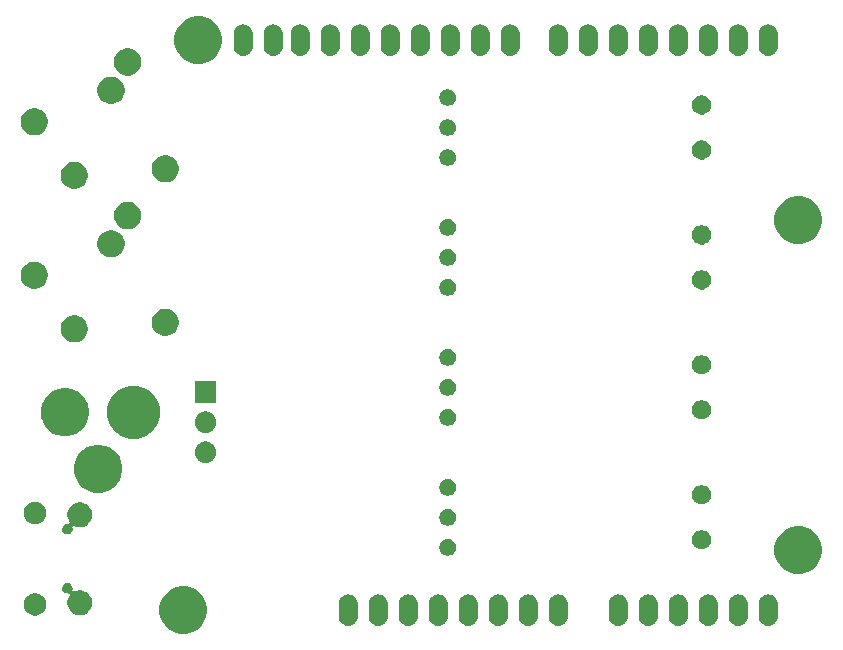
<source format=gbr>
G04 #@! TF.GenerationSoftware,KiCad,Pcbnew,(5.0.1-3-g963ef8bb5)*
G04 #@! TF.CreationDate,2019-05-15T15:03:23+02:00*
G04 #@! TF.ProjectId,HapticDriverShield,48617074696344726976657253686965,rev?*
G04 #@! TF.SameCoordinates,Original*
G04 #@! TF.FileFunction,Soldermask,Bot*
G04 #@! TF.FilePolarity,Negative*
%FSLAX46Y46*%
G04 Gerber Fmt 4.6, Leading zero omitted, Abs format (unit mm)*
G04 Created by KiCad (PCBNEW (5.0.1-3-g963ef8bb5)) date 2019 May 15, Wednesday 15:03:23*
%MOMM*%
%LPD*%
G01*
G04 APERTURE LIST*
%ADD10C,0.100000*%
G04 APERTURE END LIST*
D10*
G36*
X103709065Y-135418108D02*
X104076591Y-135570342D01*
X104407359Y-135791354D01*
X104688646Y-136072641D01*
X104909658Y-136403409D01*
X105061892Y-136770935D01*
X105139500Y-137161095D01*
X105139500Y-137558905D01*
X105061892Y-137949065D01*
X104909658Y-138316591D01*
X104688646Y-138647359D01*
X104407359Y-138928646D01*
X104076591Y-139149658D01*
X103709065Y-139301892D01*
X103318905Y-139379500D01*
X102921095Y-139379500D01*
X102530935Y-139301892D01*
X102163409Y-139149658D01*
X101832641Y-138928646D01*
X101551354Y-138647359D01*
X101330342Y-138316591D01*
X101178108Y-137949065D01*
X101100500Y-137558905D01*
X101100500Y-137161095D01*
X101178108Y-136770935D01*
X101330342Y-136403409D01*
X101551354Y-136072641D01*
X101832641Y-135791354D01*
X102163409Y-135570342D01*
X102530935Y-135418108D01*
X102921095Y-135340500D01*
X103318905Y-135340500D01*
X103709065Y-135418108D01*
X103709065Y-135418108D01*
G37*
G36*
X119789375Y-136050764D02*
X119863073Y-136073120D01*
X119942627Y-136097252D01*
X119986973Y-136120956D01*
X120083863Y-136172745D01*
X120083865Y-136172746D01*
X120083864Y-136172746D01*
X120207659Y-136274341D01*
X120309255Y-136398135D01*
X120384748Y-136539372D01*
X120400244Y-136590457D01*
X120431236Y-136692624D01*
X120443000Y-136812067D01*
X120443000Y-137907933D01*
X120431236Y-138027376D01*
X120400244Y-138129543D01*
X120384748Y-138180628D01*
X120309255Y-138321865D01*
X120207659Y-138445659D01*
X120083865Y-138547255D01*
X119942628Y-138622748D01*
X119891543Y-138638244D01*
X119789376Y-138669236D01*
X119630000Y-138684933D01*
X119470625Y-138669236D01*
X119368458Y-138638244D01*
X119317373Y-138622748D01*
X119176136Y-138547255D01*
X119052342Y-138445659D01*
X118950746Y-138321865D01*
X118875253Y-138180628D01*
X118859757Y-138129543D01*
X118828765Y-138027376D01*
X118817001Y-137907933D01*
X118817000Y-136812068D01*
X118828764Y-136692625D01*
X118875252Y-136539374D01*
X118875252Y-136539373D01*
X118915605Y-136463880D01*
X118950745Y-136398137D01*
X119052341Y-136274341D01*
X119059129Y-136268770D01*
X119176135Y-136172745D01*
X119317372Y-136097252D01*
X119396926Y-136073120D01*
X119470624Y-136050764D01*
X119630000Y-136035067D01*
X119789375Y-136050764D01*
X119789375Y-136050764D01*
G37*
G36*
X122329375Y-136050764D02*
X122403073Y-136073120D01*
X122482627Y-136097252D01*
X122526973Y-136120956D01*
X122623863Y-136172745D01*
X122623865Y-136172746D01*
X122623864Y-136172746D01*
X122747659Y-136274341D01*
X122849255Y-136398135D01*
X122924748Y-136539372D01*
X122940244Y-136590457D01*
X122971236Y-136692624D01*
X122983000Y-136812067D01*
X122983000Y-137907933D01*
X122971236Y-138027376D01*
X122940244Y-138129543D01*
X122924748Y-138180628D01*
X122849255Y-138321865D01*
X122747659Y-138445659D01*
X122623865Y-138547255D01*
X122482628Y-138622748D01*
X122431543Y-138638244D01*
X122329376Y-138669236D01*
X122170000Y-138684933D01*
X122010625Y-138669236D01*
X121908458Y-138638244D01*
X121857373Y-138622748D01*
X121716136Y-138547255D01*
X121592342Y-138445659D01*
X121490746Y-138321865D01*
X121415253Y-138180628D01*
X121399757Y-138129543D01*
X121368765Y-138027376D01*
X121357001Y-137907933D01*
X121357000Y-136812068D01*
X121368764Y-136692625D01*
X121415252Y-136539374D01*
X121415252Y-136539373D01*
X121455605Y-136463880D01*
X121490745Y-136398137D01*
X121592341Y-136274341D01*
X121599129Y-136268770D01*
X121716135Y-136172745D01*
X121857372Y-136097252D01*
X121936926Y-136073120D01*
X122010624Y-136050764D01*
X122170000Y-136035067D01*
X122329375Y-136050764D01*
X122329375Y-136050764D01*
G37*
G36*
X124869375Y-136050764D02*
X124943073Y-136073120D01*
X125022627Y-136097252D01*
X125066973Y-136120956D01*
X125163863Y-136172745D01*
X125163865Y-136172746D01*
X125163864Y-136172746D01*
X125287659Y-136274341D01*
X125389255Y-136398135D01*
X125464748Y-136539372D01*
X125480244Y-136590457D01*
X125511236Y-136692624D01*
X125523000Y-136812067D01*
X125523000Y-137907933D01*
X125511236Y-138027376D01*
X125480244Y-138129543D01*
X125464748Y-138180628D01*
X125389255Y-138321865D01*
X125287659Y-138445659D01*
X125163865Y-138547255D01*
X125022628Y-138622748D01*
X124971543Y-138638244D01*
X124869376Y-138669236D01*
X124710000Y-138684933D01*
X124550625Y-138669236D01*
X124448458Y-138638244D01*
X124397373Y-138622748D01*
X124256136Y-138547255D01*
X124132342Y-138445659D01*
X124030746Y-138321865D01*
X123955253Y-138180628D01*
X123939757Y-138129543D01*
X123908765Y-138027376D01*
X123897001Y-137907933D01*
X123897000Y-136812068D01*
X123908764Y-136692625D01*
X123955252Y-136539374D01*
X123955252Y-136539373D01*
X123995605Y-136463880D01*
X124030745Y-136398137D01*
X124132341Y-136274341D01*
X124139129Y-136268770D01*
X124256135Y-136172745D01*
X124397372Y-136097252D01*
X124476926Y-136073120D01*
X124550624Y-136050764D01*
X124710000Y-136035067D01*
X124869375Y-136050764D01*
X124869375Y-136050764D01*
G37*
G36*
X127409375Y-136050764D02*
X127483073Y-136073120D01*
X127562627Y-136097252D01*
X127606973Y-136120956D01*
X127703863Y-136172745D01*
X127703865Y-136172746D01*
X127703864Y-136172746D01*
X127827659Y-136274341D01*
X127929255Y-136398135D01*
X128004748Y-136539372D01*
X128020244Y-136590457D01*
X128051236Y-136692624D01*
X128063000Y-136812067D01*
X128063000Y-137907933D01*
X128051236Y-138027376D01*
X128020244Y-138129543D01*
X128004748Y-138180628D01*
X127929255Y-138321865D01*
X127827659Y-138445659D01*
X127703865Y-138547255D01*
X127562628Y-138622748D01*
X127511543Y-138638244D01*
X127409376Y-138669236D01*
X127250000Y-138684933D01*
X127090625Y-138669236D01*
X126988458Y-138638244D01*
X126937373Y-138622748D01*
X126796136Y-138547255D01*
X126672342Y-138445659D01*
X126570746Y-138321865D01*
X126495253Y-138180628D01*
X126479757Y-138129543D01*
X126448765Y-138027376D01*
X126437001Y-137907933D01*
X126437000Y-136812068D01*
X126448764Y-136692625D01*
X126495252Y-136539374D01*
X126495252Y-136539373D01*
X126535605Y-136463880D01*
X126570745Y-136398137D01*
X126672341Y-136274341D01*
X126679129Y-136268770D01*
X126796135Y-136172745D01*
X126937372Y-136097252D01*
X127016926Y-136073120D01*
X127090624Y-136050764D01*
X127250000Y-136035067D01*
X127409375Y-136050764D01*
X127409375Y-136050764D01*
G37*
G36*
X129949375Y-136050764D02*
X130023073Y-136073120D01*
X130102627Y-136097252D01*
X130146973Y-136120956D01*
X130243863Y-136172745D01*
X130243865Y-136172746D01*
X130243864Y-136172746D01*
X130367659Y-136274341D01*
X130469255Y-136398135D01*
X130544748Y-136539372D01*
X130560244Y-136590457D01*
X130591236Y-136692624D01*
X130603000Y-136812067D01*
X130603000Y-137907933D01*
X130591236Y-138027376D01*
X130560244Y-138129543D01*
X130544748Y-138180628D01*
X130469255Y-138321865D01*
X130367659Y-138445659D01*
X130243865Y-138547255D01*
X130102628Y-138622748D01*
X130051543Y-138638244D01*
X129949376Y-138669236D01*
X129790000Y-138684933D01*
X129630625Y-138669236D01*
X129528458Y-138638244D01*
X129477373Y-138622748D01*
X129336136Y-138547255D01*
X129212342Y-138445659D01*
X129110746Y-138321865D01*
X129035253Y-138180628D01*
X129019757Y-138129543D01*
X128988765Y-138027376D01*
X128977001Y-137907933D01*
X128977000Y-136812068D01*
X128988764Y-136692625D01*
X129035252Y-136539374D01*
X129035252Y-136539373D01*
X129075605Y-136463880D01*
X129110745Y-136398137D01*
X129212341Y-136274341D01*
X129219129Y-136268770D01*
X129336135Y-136172745D01*
X129477372Y-136097252D01*
X129556926Y-136073120D01*
X129630624Y-136050764D01*
X129790000Y-136035067D01*
X129949375Y-136050764D01*
X129949375Y-136050764D01*
G37*
G36*
X132489375Y-136050764D02*
X132563073Y-136073120D01*
X132642627Y-136097252D01*
X132686973Y-136120956D01*
X132783863Y-136172745D01*
X132783865Y-136172746D01*
X132783864Y-136172746D01*
X132907659Y-136274341D01*
X133009255Y-136398135D01*
X133084748Y-136539372D01*
X133100244Y-136590457D01*
X133131236Y-136692624D01*
X133143000Y-136812067D01*
X133143000Y-137907933D01*
X133131236Y-138027376D01*
X133100244Y-138129543D01*
X133084748Y-138180628D01*
X133009255Y-138321865D01*
X132907659Y-138445659D01*
X132783865Y-138547255D01*
X132642628Y-138622748D01*
X132591543Y-138638244D01*
X132489376Y-138669236D01*
X132330000Y-138684933D01*
X132170625Y-138669236D01*
X132068458Y-138638244D01*
X132017373Y-138622748D01*
X131876136Y-138547255D01*
X131752342Y-138445659D01*
X131650746Y-138321865D01*
X131575253Y-138180628D01*
X131559757Y-138129543D01*
X131528765Y-138027376D01*
X131517001Y-137907933D01*
X131517000Y-136812068D01*
X131528764Y-136692625D01*
X131575252Y-136539374D01*
X131575252Y-136539373D01*
X131615605Y-136463880D01*
X131650745Y-136398137D01*
X131752341Y-136274341D01*
X131759129Y-136268770D01*
X131876135Y-136172745D01*
X132017372Y-136097252D01*
X132096926Y-136073120D01*
X132170624Y-136050764D01*
X132330000Y-136035067D01*
X132489375Y-136050764D01*
X132489375Y-136050764D01*
G37*
G36*
X135029375Y-136050764D02*
X135103073Y-136073120D01*
X135182627Y-136097252D01*
X135226973Y-136120956D01*
X135323863Y-136172745D01*
X135323865Y-136172746D01*
X135323864Y-136172746D01*
X135447659Y-136274341D01*
X135549255Y-136398135D01*
X135624748Y-136539372D01*
X135640244Y-136590457D01*
X135671236Y-136692624D01*
X135683000Y-136812067D01*
X135683000Y-137907933D01*
X135671236Y-138027376D01*
X135640244Y-138129543D01*
X135624748Y-138180628D01*
X135549255Y-138321865D01*
X135447659Y-138445659D01*
X135323865Y-138547255D01*
X135182628Y-138622748D01*
X135131543Y-138638244D01*
X135029376Y-138669236D01*
X134870000Y-138684933D01*
X134710625Y-138669236D01*
X134608458Y-138638244D01*
X134557373Y-138622748D01*
X134416136Y-138547255D01*
X134292342Y-138445659D01*
X134190746Y-138321865D01*
X134115253Y-138180628D01*
X134099757Y-138129543D01*
X134068765Y-138027376D01*
X134057001Y-137907933D01*
X134057000Y-136812068D01*
X134068764Y-136692625D01*
X134115252Y-136539374D01*
X134115252Y-136539373D01*
X134155605Y-136463880D01*
X134190745Y-136398137D01*
X134292341Y-136274341D01*
X134299129Y-136268770D01*
X134416135Y-136172745D01*
X134557372Y-136097252D01*
X134636926Y-136073120D01*
X134710624Y-136050764D01*
X134870000Y-136035067D01*
X135029375Y-136050764D01*
X135029375Y-136050764D01*
G37*
G36*
X140109375Y-136050764D02*
X140183073Y-136073120D01*
X140262627Y-136097252D01*
X140306973Y-136120956D01*
X140403863Y-136172745D01*
X140403865Y-136172746D01*
X140403864Y-136172746D01*
X140527659Y-136274341D01*
X140629255Y-136398135D01*
X140704748Y-136539372D01*
X140720244Y-136590457D01*
X140751236Y-136692624D01*
X140763000Y-136812067D01*
X140763000Y-137907933D01*
X140751236Y-138027376D01*
X140720244Y-138129543D01*
X140704748Y-138180628D01*
X140629255Y-138321865D01*
X140527659Y-138445659D01*
X140403865Y-138547255D01*
X140262628Y-138622748D01*
X140211543Y-138638244D01*
X140109376Y-138669236D01*
X139950000Y-138684933D01*
X139790625Y-138669236D01*
X139688458Y-138638244D01*
X139637373Y-138622748D01*
X139496136Y-138547255D01*
X139372342Y-138445659D01*
X139270746Y-138321865D01*
X139195253Y-138180628D01*
X139179757Y-138129543D01*
X139148765Y-138027376D01*
X139137001Y-137907933D01*
X139137000Y-136812068D01*
X139148764Y-136692625D01*
X139195252Y-136539374D01*
X139195252Y-136539373D01*
X139235605Y-136463880D01*
X139270745Y-136398137D01*
X139372341Y-136274341D01*
X139379129Y-136268770D01*
X139496135Y-136172745D01*
X139637372Y-136097252D01*
X139716926Y-136073120D01*
X139790624Y-136050764D01*
X139950000Y-136035067D01*
X140109375Y-136050764D01*
X140109375Y-136050764D01*
G37*
G36*
X142649375Y-136050764D02*
X142723073Y-136073120D01*
X142802627Y-136097252D01*
X142846973Y-136120956D01*
X142943863Y-136172745D01*
X142943865Y-136172746D01*
X142943864Y-136172746D01*
X143067659Y-136274341D01*
X143169255Y-136398135D01*
X143244748Y-136539372D01*
X143260244Y-136590457D01*
X143291236Y-136692624D01*
X143303000Y-136812067D01*
X143303000Y-137907933D01*
X143291236Y-138027376D01*
X143260244Y-138129543D01*
X143244748Y-138180628D01*
X143169255Y-138321865D01*
X143067659Y-138445659D01*
X142943865Y-138547255D01*
X142802628Y-138622748D01*
X142751543Y-138638244D01*
X142649376Y-138669236D01*
X142490000Y-138684933D01*
X142330625Y-138669236D01*
X142228458Y-138638244D01*
X142177373Y-138622748D01*
X142036136Y-138547255D01*
X141912342Y-138445659D01*
X141810746Y-138321865D01*
X141735253Y-138180628D01*
X141719757Y-138129543D01*
X141688765Y-138027376D01*
X141677001Y-137907933D01*
X141677000Y-136812068D01*
X141688764Y-136692625D01*
X141735252Y-136539374D01*
X141735252Y-136539373D01*
X141775605Y-136463880D01*
X141810745Y-136398137D01*
X141912341Y-136274341D01*
X141919129Y-136268770D01*
X142036135Y-136172745D01*
X142177372Y-136097252D01*
X142256926Y-136073120D01*
X142330624Y-136050764D01*
X142490000Y-136035067D01*
X142649375Y-136050764D01*
X142649375Y-136050764D01*
G37*
G36*
X145189375Y-136050764D02*
X145263073Y-136073120D01*
X145342627Y-136097252D01*
X145386973Y-136120956D01*
X145483863Y-136172745D01*
X145483865Y-136172746D01*
X145483864Y-136172746D01*
X145607659Y-136274341D01*
X145709255Y-136398135D01*
X145784748Y-136539372D01*
X145800244Y-136590457D01*
X145831236Y-136692624D01*
X145843000Y-136812067D01*
X145843000Y-137907933D01*
X145831236Y-138027376D01*
X145800244Y-138129543D01*
X145784748Y-138180628D01*
X145709255Y-138321865D01*
X145607659Y-138445659D01*
X145483865Y-138547255D01*
X145342628Y-138622748D01*
X145291543Y-138638244D01*
X145189376Y-138669236D01*
X145030000Y-138684933D01*
X144870625Y-138669236D01*
X144768458Y-138638244D01*
X144717373Y-138622748D01*
X144576136Y-138547255D01*
X144452342Y-138445659D01*
X144350746Y-138321865D01*
X144275253Y-138180628D01*
X144259757Y-138129543D01*
X144228765Y-138027376D01*
X144217001Y-137907933D01*
X144217000Y-136812068D01*
X144228764Y-136692625D01*
X144275252Y-136539374D01*
X144275252Y-136539373D01*
X144315605Y-136463880D01*
X144350745Y-136398137D01*
X144452341Y-136274341D01*
X144459129Y-136268770D01*
X144576135Y-136172745D01*
X144717372Y-136097252D01*
X144796926Y-136073120D01*
X144870624Y-136050764D01*
X145030000Y-136035067D01*
X145189375Y-136050764D01*
X145189375Y-136050764D01*
G37*
G36*
X147729375Y-136050764D02*
X147803073Y-136073120D01*
X147882627Y-136097252D01*
X147926973Y-136120956D01*
X148023863Y-136172745D01*
X148023865Y-136172746D01*
X148023864Y-136172746D01*
X148147659Y-136274341D01*
X148249255Y-136398135D01*
X148324748Y-136539372D01*
X148340244Y-136590457D01*
X148371236Y-136692624D01*
X148383000Y-136812067D01*
X148383000Y-137907933D01*
X148371236Y-138027376D01*
X148340244Y-138129543D01*
X148324748Y-138180628D01*
X148249255Y-138321865D01*
X148147659Y-138445659D01*
X148023865Y-138547255D01*
X147882628Y-138622748D01*
X147831543Y-138638244D01*
X147729376Y-138669236D01*
X147570000Y-138684933D01*
X147410625Y-138669236D01*
X147308458Y-138638244D01*
X147257373Y-138622748D01*
X147116136Y-138547255D01*
X146992342Y-138445659D01*
X146890746Y-138321865D01*
X146815253Y-138180628D01*
X146799757Y-138129543D01*
X146768765Y-138027376D01*
X146757001Y-137907933D01*
X146757000Y-136812068D01*
X146768764Y-136692625D01*
X146815252Y-136539374D01*
X146815252Y-136539373D01*
X146855605Y-136463880D01*
X146890745Y-136398137D01*
X146992341Y-136274341D01*
X146999129Y-136268770D01*
X147116135Y-136172745D01*
X147257372Y-136097252D01*
X147336926Y-136073120D01*
X147410624Y-136050764D01*
X147570000Y-136035067D01*
X147729375Y-136050764D01*
X147729375Y-136050764D01*
G37*
G36*
X150269375Y-136050764D02*
X150343073Y-136073120D01*
X150422627Y-136097252D01*
X150466973Y-136120956D01*
X150563863Y-136172745D01*
X150563865Y-136172746D01*
X150563864Y-136172746D01*
X150687659Y-136274341D01*
X150789255Y-136398135D01*
X150864748Y-136539372D01*
X150880244Y-136590457D01*
X150911236Y-136692624D01*
X150923000Y-136812067D01*
X150923000Y-137907933D01*
X150911236Y-138027376D01*
X150880244Y-138129543D01*
X150864748Y-138180628D01*
X150789255Y-138321865D01*
X150687659Y-138445659D01*
X150563865Y-138547255D01*
X150422628Y-138622748D01*
X150371543Y-138638244D01*
X150269376Y-138669236D01*
X150110000Y-138684933D01*
X149950625Y-138669236D01*
X149848458Y-138638244D01*
X149797373Y-138622748D01*
X149656136Y-138547255D01*
X149532342Y-138445659D01*
X149430746Y-138321865D01*
X149355253Y-138180628D01*
X149339757Y-138129543D01*
X149308765Y-138027376D01*
X149297001Y-137907933D01*
X149297000Y-136812068D01*
X149308764Y-136692625D01*
X149355252Y-136539374D01*
X149355252Y-136539373D01*
X149395605Y-136463880D01*
X149430745Y-136398137D01*
X149532341Y-136274341D01*
X149539129Y-136268770D01*
X149656135Y-136172745D01*
X149797372Y-136097252D01*
X149876926Y-136073120D01*
X149950624Y-136050764D01*
X150110000Y-136035067D01*
X150269375Y-136050764D01*
X150269375Y-136050764D01*
G37*
G36*
X152809375Y-136050764D02*
X152883073Y-136073120D01*
X152962627Y-136097252D01*
X153006973Y-136120956D01*
X153103863Y-136172745D01*
X153103865Y-136172746D01*
X153103864Y-136172746D01*
X153227659Y-136274341D01*
X153329255Y-136398135D01*
X153404748Y-136539372D01*
X153420244Y-136590457D01*
X153451236Y-136692624D01*
X153463000Y-136812067D01*
X153463000Y-137907933D01*
X153451236Y-138027376D01*
X153420244Y-138129543D01*
X153404748Y-138180628D01*
X153329255Y-138321865D01*
X153227659Y-138445659D01*
X153103865Y-138547255D01*
X152962628Y-138622748D01*
X152911543Y-138638244D01*
X152809376Y-138669236D01*
X152650000Y-138684933D01*
X152490625Y-138669236D01*
X152388458Y-138638244D01*
X152337373Y-138622748D01*
X152196136Y-138547255D01*
X152072342Y-138445659D01*
X151970746Y-138321865D01*
X151895253Y-138180628D01*
X151879757Y-138129543D01*
X151848765Y-138027376D01*
X151837001Y-137907933D01*
X151837000Y-136812068D01*
X151848764Y-136692625D01*
X151895252Y-136539374D01*
X151895252Y-136539373D01*
X151935605Y-136463880D01*
X151970745Y-136398137D01*
X152072341Y-136274341D01*
X152079129Y-136268770D01*
X152196135Y-136172745D01*
X152337372Y-136097252D01*
X152416926Y-136073120D01*
X152490624Y-136050764D01*
X152650000Y-136035067D01*
X152809375Y-136050764D01*
X152809375Y-136050764D01*
G37*
G36*
X117249375Y-136050764D02*
X117323073Y-136073120D01*
X117402627Y-136097252D01*
X117446973Y-136120956D01*
X117543863Y-136172745D01*
X117543865Y-136172746D01*
X117543864Y-136172746D01*
X117667659Y-136274341D01*
X117769255Y-136398135D01*
X117844748Y-136539372D01*
X117860244Y-136590457D01*
X117891236Y-136692624D01*
X117903000Y-136812067D01*
X117903000Y-137907933D01*
X117891236Y-138027376D01*
X117860244Y-138129543D01*
X117844748Y-138180628D01*
X117769255Y-138321865D01*
X117667659Y-138445659D01*
X117543865Y-138547255D01*
X117402628Y-138622748D01*
X117351543Y-138638244D01*
X117249376Y-138669236D01*
X117090000Y-138684933D01*
X116930625Y-138669236D01*
X116828458Y-138638244D01*
X116777373Y-138622748D01*
X116636136Y-138547255D01*
X116512342Y-138445659D01*
X116410746Y-138321865D01*
X116335253Y-138180628D01*
X116319757Y-138129543D01*
X116288765Y-138027376D01*
X116277001Y-137907933D01*
X116277000Y-136812068D01*
X116288764Y-136692625D01*
X116335252Y-136539374D01*
X116335252Y-136539373D01*
X116375605Y-136463880D01*
X116410745Y-136398137D01*
X116512341Y-136274341D01*
X116519129Y-136268770D01*
X116636135Y-136172745D01*
X116777372Y-136097252D01*
X116856926Y-136073120D01*
X116930624Y-136050764D01*
X117090000Y-136035067D01*
X117249375Y-136050764D01*
X117249375Y-136050764D01*
G37*
G36*
X90827396Y-135960546D02*
X91000466Y-136032234D01*
X91156230Y-136136312D01*
X91288688Y-136268770D01*
X91392766Y-136424534D01*
X91464454Y-136597604D01*
X91501000Y-136781333D01*
X91501000Y-136968667D01*
X91464454Y-137152396D01*
X91392766Y-137325466D01*
X91288688Y-137481230D01*
X91156230Y-137613688D01*
X91000466Y-137717766D01*
X90827396Y-137789454D01*
X90643667Y-137826000D01*
X90456333Y-137826000D01*
X90272604Y-137789454D01*
X90099534Y-137717766D01*
X89943770Y-137613688D01*
X89811312Y-137481230D01*
X89707234Y-137325466D01*
X89635546Y-137152396D01*
X89599000Y-136968667D01*
X89599000Y-136781333D01*
X89635546Y-136597604D01*
X89707234Y-136424534D01*
X89811312Y-136268770D01*
X89943770Y-136136312D01*
X90099534Y-136032234D01*
X90272604Y-135960546D01*
X90456333Y-135924000D01*
X90643667Y-135924000D01*
X90827396Y-135960546D01*
X90827396Y-135960546D01*
G37*
G36*
X93431552Y-135066331D02*
X93513625Y-135100327D01*
X93513626Y-135100328D01*
X93513629Y-135100329D01*
X93587496Y-135149686D01*
X93587500Y-135149689D01*
X93650311Y-135212500D01*
X93650313Y-135212503D01*
X93650314Y-135212504D01*
X93699671Y-135286371D01*
X93699672Y-135286374D01*
X93699673Y-135286375D01*
X93733669Y-135368448D01*
X93751000Y-135455579D01*
X93751000Y-135544422D01*
X93733522Y-135632293D01*
X93731120Y-135656679D01*
X93733522Y-135681065D01*
X93740635Y-135704514D01*
X93752187Y-135726125D01*
X93767732Y-135745067D01*
X93786674Y-135760612D01*
X93808285Y-135772163D01*
X93831735Y-135779276D01*
X93856121Y-135781678D01*
X93880507Y-135779276D01*
X93903955Y-135772163D01*
X94043434Y-135714389D01*
X94246484Y-135674000D01*
X94453516Y-135674000D01*
X94656565Y-135714389D01*
X94847834Y-135793615D01*
X95019976Y-135908637D01*
X95166363Y-136055024D01*
X95281385Y-136227166D01*
X95360611Y-136418435D01*
X95401000Y-136621484D01*
X95401000Y-136828516D01*
X95360611Y-137031565D01*
X95281385Y-137222834D01*
X95166363Y-137394976D01*
X95019976Y-137541363D01*
X94847834Y-137656385D01*
X94656565Y-137735611D01*
X94453516Y-137776000D01*
X94246484Y-137776000D01*
X94043435Y-137735611D01*
X93852166Y-137656385D01*
X93680024Y-137541363D01*
X93533637Y-137394976D01*
X93418615Y-137222834D01*
X93339389Y-137031565D01*
X93299000Y-136828516D01*
X93299000Y-136621484D01*
X93339389Y-136418435D01*
X93418615Y-136227166D01*
X93475143Y-136142566D01*
X93486694Y-136120956D01*
X93493807Y-136097507D01*
X93496209Y-136073120D01*
X93493807Y-136048734D01*
X93486694Y-136025285D01*
X93475143Y-136003674D01*
X93459598Y-135984732D01*
X93440655Y-135969186D01*
X93419045Y-135957635D01*
X93395596Y-135950522D01*
X93371209Y-135948120D01*
X93346824Y-135950522D01*
X93344420Y-135951000D01*
X93255579Y-135951000D01*
X93168448Y-135933669D01*
X93086375Y-135899673D01*
X93086374Y-135899672D01*
X93086371Y-135899671D01*
X93012504Y-135850314D01*
X93012503Y-135850313D01*
X93012500Y-135850311D01*
X92949689Y-135787500D01*
X92949686Y-135787496D01*
X92900329Y-135713629D01*
X92896553Y-135704514D01*
X92866331Y-135631552D01*
X92849000Y-135544421D01*
X92849000Y-135455579D01*
X92866331Y-135368448D01*
X92900327Y-135286375D01*
X92900328Y-135286374D01*
X92900329Y-135286371D01*
X92949686Y-135212504D01*
X92949687Y-135212503D01*
X92949689Y-135212500D01*
X93012500Y-135149689D01*
X93012504Y-135149686D01*
X93086371Y-135100329D01*
X93086374Y-135100328D01*
X93086375Y-135100327D01*
X93168448Y-135066331D01*
X93255579Y-135049000D01*
X93344421Y-135049000D01*
X93431552Y-135066331D01*
X93431552Y-135066331D01*
G37*
G36*
X155779065Y-130338108D02*
X156146591Y-130490342D01*
X156477359Y-130711354D01*
X156758646Y-130992641D01*
X156979658Y-131323409D01*
X157131892Y-131690935D01*
X157209500Y-132081095D01*
X157209500Y-132478905D01*
X157131892Y-132869065D01*
X156979658Y-133236591D01*
X156758646Y-133567359D01*
X156477359Y-133848646D01*
X156146591Y-134069658D01*
X155779065Y-134221892D01*
X155388905Y-134299500D01*
X154991095Y-134299500D01*
X154600935Y-134221892D01*
X154233409Y-134069658D01*
X153902641Y-133848646D01*
X153621354Y-133567359D01*
X153400342Y-133236591D01*
X153248108Y-132869065D01*
X153170500Y-132478905D01*
X153170500Y-132081095D01*
X153248108Y-131690935D01*
X153400342Y-131323409D01*
X153621354Y-130992641D01*
X153902641Y-130711354D01*
X154233409Y-130490342D01*
X154600935Y-130338108D01*
X154991095Y-130260500D01*
X155388905Y-130260500D01*
X155779065Y-130338108D01*
X155779065Y-130338108D01*
G37*
G36*
X125704472Y-131365938D02*
X125832049Y-131418782D01*
X125946865Y-131495500D01*
X126044500Y-131593135D01*
X126121218Y-131707951D01*
X126174062Y-131835528D01*
X126201000Y-131970956D01*
X126201000Y-132109044D01*
X126174062Y-132244472D01*
X126121218Y-132372049D01*
X126044500Y-132486865D01*
X125946865Y-132584500D01*
X125832049Y-132661218D01*
X125704472Y-132714062D01*
X125569044Y-132741000D01*
X125430956Y-132741000D01*
X125295528Y-132714062D01*
X125167951Y-132661218D01*
X125053135Y-132584500D01*
X124955500Y-132486865D01*
X124878782Y-132372049D01*
X124825938Y-132244472D01*
X124799000Y-132109044D01*
X124799000Y-131970956D01*
X124825938Y-131835528D01*
X124878782Y-131707951D01*
X124955500Y-131593135D01*
X125053135Y-131495500D01*
X125167951Y-131418782D01*
X125295528Y-131365938D01*
X125430956Y-131339000D01*
X125569044Y-131339000D01*
X125704472Y-131365938D01*
X125704472Y-131365938D01*
G37*
G36*
X147237142Y-130623242D02*
X147385102Y-130684530D01*
X147518258Y-130773502D01*
X147631498Y-130886742D01*
X147720470Y-131019898D01*
X147781758Y-131167858D01*
X147813000Y-131324925D01*
X147813000Y-131485075D01*
X147781758Y-131642142D01*
X147720470Y-131790102D01*
X147631498Y-131923258D01*
X147518258Y-132036498D01*
X147385102Y-132125470D01*
X147237142Y-132186758D01*
X147080075Y-132218000D01*
X146919925Y-132218000D01*
X146762858Y-132186758D01*
X146614898Y-132125470D01*
X146481742Y-132036498D01*
X146368502Y-131923258D01*
X146279530Y-131790102D01*
X146218242Y-131642142D01*
X146187000Y-131485075D01*
X146187000Y-131324925D01*
X146218242Y-131167858D01*
X146279530Y-131019898D01*
X146368502Y-130886742D01*
X146481742Y-130773502D01*
X146614898Y-130684530D01*
X146762858Y-130623242D01*
X146919925Y-130592000D01*
X147080075Y-130592000D01*
X147237142Y-130623242D01*
X147237142Y-130623242D01*
G37*
G36*
X94656565Y-128264389D02*
X94847834Y-128343615D01*
X95019976Y-128458637D01*
X95166363Y-128605024D01*
X95281385Y-128777166D01*
X95360611Y-128968435D01*
X95401000Y-129171484D01*
X95401000Y-129378516D01*
X95360611Y-129581565D01*
X95281385Y-129772834D01*
X95166363Y-129944976D01*
X95019976Y-130091363D01*
X94847834Y-130206385D01*
X94656565Y-130285611D01*
X94453516Y-130326000D01*
X94246484Y-130326000D01*
X94043434Y-130285611D01*
X93903955Y-130227837D01*
X93880506Y-130220724D01*
X93856120Y-130218322D01*
X93831733Y-130220724D01*
X93808284Y-130227837D01*
X93786674Y-130239388D01*
X93767731Y-130254934D01*
X93752186Y-130273876D01*
X93740635Y-130295487D01*
X93733522Y-130318936D01*
X93731120Y-130343322D01*
X93733522Y-130367707D01*
X93751000Y-130455578D01*
X93751000Y-130544421D01*
X93733669Y-130631552D01*
X93699673Y-130713625D01*
X93699671Y-130713629D01*
X93650314Y-130787496D01*
X93650311Y-130787500D01*
X93587500Y-130850311D01*
X93587497Y-130850313D01*
X93587496Y-130850314D01*
X93513629Y-130899671D01*
X93513626Y-130899672D01*
X93513625Y-130899673D01*
X93431552Y-130933669D01*
X93344421Y-130951000D01*
X93255579Y-130951000D01*
X93168448Y-130933669D01*
X93086375Y-130899673D01*
X93086374Y-130899672D01*
X93086371Y-130899671D01*
X93012504Y-130850314D01*
X93012503Y-130850313D01*
X93012500Y-130850311D01*
X92949689Y-130787500D01*
X92949686Y-130787496D01*
X92900329Y-130713629D01*
X92900327Y-130713625D01*
X92866331Y-130631552D01*
X92849000Y-130544421D01*
X92849000Y-130455579D01*
X92866331Y-130368448D01*
X92900327Y-130286375D01*
X92900328Y-130286374D01*
X92900329Y-130286371D01*
X92949686Y-130212504D01*
X92949687Y-130212503D01*
X92949689Y-130212500D01*
X93012500Y-130149689D01*
X93012504Y-130149686D01*
X93086371Y-130100329D01*
X93086374Y-130100328D01*
X93086375Y-130100327D01*
X93168448Y-130066331D01*
X93255579Y-130049000D01*
X93344420Y-130049000D01*
X93346824Y-130049478D01*
X93371208Y-130051880D01*
X93395594Y-130049478D01*
X93419043Y-130042365D01*
X93440654Y-130030814D01*
X93459596Y-130015269D01*
X93475142Y-129996327D01*
X93486693Y-129974717D01*
X93493807Y-129951267D01*
X93496209Y-129926881D01*
X93493807Y-129902495D01*
X93486694Y-129879046D01*
X93475143Y-129857434D01*
X93418615Y-129772834D01*
X93339389Y-129581565D01*
X93299000Y-129378516D01*
X93299000Y-129171484D01*
X93339389Y-128968435D01*
X93418615Y-128777166D01*
X93533637Y-128605024D01*
X93680024Y-128458637D01*
X93852166Y-128343615D01*
X94043435Y-128264389D01*
X94246484Y-128224000D01*
X94453516Y-128224000D01*
X94656565Y-128264389D01*
X94656565Y-128264389D01*
G37*
G36*
X125704472Y-128825938D02*
X125832049Y-128878782D01*
X125946865Y-128955500D01*
X126044500Y-129053135D01*
X126121218Y-129167951D01*
X126174062Y-129295528D01*
X126201000Y-129430956D01*
X126201000Y-129569044D01*
X126174062Y-129704472D01*
X126121218Y-129832049D01*
X126044500Y-129946865D01*
X125946865Y-130044500D01*
X125832049Y-130121218D01*
X125704472Y-130174062D01*
X125569044Y-130201000D01*
X125430956Y-130201000D01*
X125295528Y-130174062D01*
X125167951Y-130121218D01*
X125053135Y-130044500D01*
X124955500Y-129946865D01*
X124878782Y-129832049D01*
X124825938Y-129704472D01*
X124799000Y-129569044D01*
X124799000Y-129430956D01*
X124825938Y-129295528D01*
X124878782Y-129167951D01*
X124955500Y-129053135D01*
X125053135Y-128955500D01*
X125167951Y-128878782D01*
X125295528Y-128825938D01*
X125430956Y-128799000D01*
X125569044Y-128799000D01*
X125704472Y-128825938D01*
X125704472Y-128825938D01*
G37*
G36*
X90827396Y-128210546D02*
X91000466Y-128282234D01*
X91156230Y-128386312D01*
X91288688Y-128518770D01*
X91392766Y-128674534D01*
X91464454Y-128847604D01*
X91501000Y-129031333D01*
X91501000Y-129218667D01*
X91464454Y-129402396D01*
X91392766Y-129575466D01*
X91288688Y-129731230D01*
X91156230Y-129863688D01*
X91000466Y-129967766D01*
X90827396Y-130039454D01*
X90643667Y-130076000D01*
X90456333Y-130076000D01*
X90272604Y-130039454D01*
X90099534Y-129967766D01*
X89943770Y-129863688D01*
X89811312Y-129731230D01*
X89707234Y-129575466D01*
X89635546Y-129402396D01*
X89599000Y-129218667D01*
X89599000Y-129031333D01*
X89635546Y-128847604D01*
X89707234Y-128674534D01*
X89811312Y-128518770D01*
X89943770Y-128386312D01*
X90099534Y-128282234D01*
X90272604Y-128210546D01*
X90456333Y-128174000D01*
X90643667Y-128174000D01*
X90827396Y-128210546D01*
X90827396Y-128210546D01*
G37*
G36*
X147237142Y-126813242D02*
X147385102Y-126874530D01*
X147518258Y-126963502D01*
X147631498Y-127076742D01*
X147720470Y-127209898D01*
X147781758Y-127357858D01*
X147813000Y-127514925D01*
X147813000Y-127675075D01*
X147781758Y-127832142D01*
X147720470Y-127980102D01*
X147631498Y-128113258D01*
X147518258Y-128226498D01*
X147385102Y-128315470D01*
X147237142Y-128376758D01*
X147080075Y-128408000D01*
X146919925Y-128408000D01*
X146762858Y-128376758D01*
X146614898Y-128315470D01*
X146481742Y-128226498D01*
X146368502Y-128113258D01*
X146279530Y-127980102D01*
X146218242Y-127832142D01*
X146187000Y-127675075D01*
X146187000Y-127514925D01*
X146218242Y-127357858D01*
X146279530Y-127209898D01*
X146368502Y-127076742D01*
X146481742Y-126963502D01*
X146614898Y-126874530D01*
X146762858Y-126813242D01*
X146919925Y-126782000D01*
X147080075Y-126782000D01*
X147237142Y-126813242D01*
X147237142Y-126813242D01*
G37*
G36*
X125704472Y-126285938D02*
X125832049Y-126338782D01*
X125946865Y-126415500D01*
X126044500Y-126513135D01*
X126121218Y-126627951D01*
X126174062Y-126755528D01*
X126201000Y-126890956D01*
X126201000Y-127029044D01*
X126174062Y-127164472D01*
X126121218Y-127292049D01*
X126044500Y-127406865D01*
X125946865Y-127504500D01*
X125832049Y-127581218D01*
X125704472Y-127634062D01*
X125569044Y-127661000D01*
X125430956Y-127661000D01*
X125295528Y-127634062D01*
X125167951Y-127581218D01*
X125053135Y-127504500D01*
X124955500Y-127406865D01*
X124878782Y-127292049D01*
X124825938Y-127164472D01*
X124799000Y-127029044D01*
X124799000Y-126890956D01*
X124825938Y-126755528D01*
X124878782Y-126627951D01*
X124955500Y-126513135D01*
X125053135Y-126415500D01*
X125167951Y-126338782D01*
X125295528Y-126285938D01*
X125430956Y-126259000D01*
X125569044Y-126259000D01*
X125704472Y-126285938D01*
X125704472Y-126285938D01*
G37*
G36*
X96498252Y-123427818D02*
X96498254Y-123427819D01*
X96498255Y-123427819D01*
X96871513Y-123582427D01*
X96871514Y-123582428D01*
X97207439Y-123806886D01*
X97493114Y-124092561D01*
X97493116Y-124092564D01*
X97717573Y-124428487D01*
X97872181Y-124801745D01*
X97951000Y-125197994D01*
X97951000Y-125602006D01*
X97872181Y-125998255D01*
X97717573Y-126371513D01*
X97622944Y-126513135D01*
X97493114Y-126707439D01*
X97207439Y-126993114D01*
X97207436Y-126993116D01*
X96871513Y-127217573D01*
X96498255Y-127372181D01*
X96498254Y-127372181D01*
X96498252Y-127372182D01*
X96102007Y-127451000D01*
X95697993Y-127451000D01*
X95301748Y-127372182D01*
X95301746Y-127372181D01*
X95301745Y-127372181D01*
X94928487Y-127217573D01*
X94592564Y-126993116D01*
X94592561Y-126993114D01*
X94306886Y-126707439D01*
X94177056Y-126513135D01*
X94082427Y-126371513D01*
X93927819Y-125998255D01*
X93849000Y-125602006D01*
X93849000Y-125197994D01*
X93927819Y-124801745D01*
X94082427Y-124428487D01*
X94306884Y-124092564D01*
X94306886Y-124092561D01*
X94592561Y-123806886D01*
X94928486Y-123582428D01*
X94928487Y-123582427D01*
X95301745Y-123427819D01*
X95301746Y-123427819D01*
X95301748Y-123427818D01*
X95697993Y-123349000D01*
X96102007Y-123349000D01*
X96498252Y-123427818D01*
X96498252Y-123427818D01*
G37*
G36*
X105110443Y-123085519D02*
X105176627Y-123092037D01*
X105289853Y-123126384D01*
X105346467Y-123143557D01*
X105485087Y-123217652D01*
X105502991Y-123227222D01*
X105538729Y-123256552D01*
X105640186Y-123339814D01*
X105712408Y-123427818D01*
X105752778Y-123477009D01*
X105752779Y-123477011D01*
X105836443Y-123633533D01*
X105836443Y-123633534D01*
X105887963Y-123803373D01*
X105905359Y-123980000D01*
X105887963Y-124156627D01*
X105853616Y-124269853D01*
X105836443Y-124326467D01*
X105781912Y-124428486D01*
X105752778Y-124482991D01*
X105723448Y-124518729D01*
X105640186Y-124620186D01*
X105538729Y-124703448D01*
X105502991Y-124732778D01*
X105502989Y-124732779D01*
X105346467Y-124816443D01*
X105289853Y-124833616D01*
X105176627Y-124867963D01*
X105110443Y-124874481D01*
X105044260Y-124881000D01*
X104955740Y-124881000D01*
X104889557Y-124874481D01*
X104823373Y-124867963D01*
X104710147Y-124833616D01*
X104653533Y-124816443D01*
X104497011Y-124732779D01*
X104497009Y-124732778D01*
X104461271Y-124703448D01*
X104359814Y-124620186D01*
X104276552Y-124518729D01*
X104247222Y-124482991D01*
X104218088Y-124428486D01*
X104163557Y-124326467D01*
X104146384Y-124269853D01*
X104112037Y-124156627D01*
X104094641Y-123980000D01*
X104112037Y-123803373D01*
X104163557Y-123633534D01*
X104163557Y-123633533D01*
X104247221Y-123477011D01*
X104247222Y-123477009D01*
X104287592Y-123427818D01*
X104359814Y-123339814D01*
X104461271Y-123256552D01*
X104497009Y-123227222D01*
X104514913Y-123217652D01*
X104653533Y-123143557D01*
X104710147Y-123126384D01*
X104823373Y-123092037D01*
X104889557Y-123085519D01*
X104955740Y-123079000D01*
X105044260Y-123079000D01*
X105110443Y-123085519D01*
X105110443Y-123085519D01*
G37*
G36*
X99208445Y-118366254D02*
X99556593Y-118435504D01*
X99966249Y-118605189D01*
X100334929Y-118851534D01*
X100648466Y-119165071D01*
X100894811Y-119533751D01*
X101064496Y-119943407D01*
X101133746Y-120291555D01*
X101151000Y-120378294D01*
X101151000Y-120821706D01*
X101133746Y-120908445D01*
X101064496Y-121256593D01*
X100894811Y-121666249D01*
X100648466Y-122034929D01*
X100334929Y-122348466D01*
X99966249Y-122594811D01*
X99556593Y-122764496D01*
X99208445Y-122833746D01*
X99121706Y-122851000D01*
X98678294Y-122851000D01*
X98591555Y-122833746D01*
X98243407Y-122764496D01*
X97833751Y-122594811D01*
X97465071Y-122348466D01*
X97151534Y-122034929D01*
X96905189Y-121666249D01*
X96735504Y-121256593D01*
X96666254Y-120908445D01*
X96649000Y-120821706D01*
X96649000Y-120378294D01*
X96666254Y-120291555D01*
X96735504Y-119943407D01*
X96905189Y-119533751D01*
X97151534Y-119165071D01*
X97465071Y-118851534D01*
X97833751Y-118605189D01*
X98243407Y-118435504D01*
X98591555Y-118366254D01*
X98678294Y-118349000D01*
X99121706Y-118349000D01*
X99208445Y-118366254D01*
X99208445Y-118366254D01*
G37*
G36*
X93698252Y-118627818D02*
X93698254Y-118627819D01*
X93698255Y-118627819D01*
X94071513Y-118782427D01*
X94174943Y-118851537D01*
X94407439Y-119006886D01*
X94693114Y-119292561D01*
X94693116Y-119292564D01*
X94917573Y-119628487D01*
X95048018Y-119943410D01*
X95072182Y-120001748D01*
X95151000Y-120397993D01*
X95151000Y-120802007D01*
X95089927Y-121109044D01*
X95072181Y-121198255D01*
X94917573Y-121571513D01*
X94804325Y-121741000D01*
X94693114Y-121907439D01*
X94407439Y-122193114D01*
X94407436Y-122193116D01*
X94071513Y-122417573D01*
X93698255Y-122572181D01*
X93698254Y-122572181D01*
X93698252Y-122572182D01*
X93302007Y-122651000D01*
X92897993Y-122651000D01*
X92501748Y-122572182D01*
X92501746Y-122572181D01*
X92501745Y-122572181D01*
X92128487Y-122417573D01*
X91792564Y-122193116D01*
X91792561Y-122193114D01*
X91506886Y-121907439D01*
X91395675Y-121741000D01*
X91282427Y-121571513D01*
X91127819Y-121198255D01*
X91110074Y-121109044D01*
X91049000Y-120802007D01*
X91049000Y-120397993D01*
X91127818Y-120001748D01*
X91151982Y-119943410D01*
X91282427Y-119628487D01*
X91506884Y-119292564D01*
X91506886Y-119292561D01*
X91792561Y-119006886D01*
X92025057Y-118851537D01*
X92128487Y-118782427D01*
X92501745Y-118627819D01*
X92501746Y-118627819D01*
X92501748Y-118627818D01*
X92897993Y-118549000D01*
X93302007Y-118549000D01*
X93698252Y-118627818D01*
X93698252Y-118627818D01*
G37*
G36*
X105110442Y-120545518D02*
X105176627Y-120552037D01*
X105289853Y-120586384D01*
X105346467Y-120603557D01*
X105418653Y-120642142D01*
X105502991Y-120687222D01*
X105528249Y-120707951D01*
X105640186Y-120799814D01*
X105723448Y-120901271D01*
X105752778Y-120937009D01*
X105752779Y-120937011D01*
X105836443Y-121093533D01*
X105841148Y-121109044D01*
X105887963Y-121263373D01*
X105905359Y-121440000D01*
X105887963Y-121616627D01*
X105874436Y-121661218D01*
X105836443Y-121786467D01*
X105771783Y-121907436D01*
X105752778Y-121942991D01*
X105723448Y-121978729D01*
X105640186Y-122080186D01*
X105538729Y-122163448D01*
X105502991Y-122192778D01*
X105502989Y-122192779D01*
X105346467Y-122276443D01*
X105289853Y-122293616D01*
X105176627Y-122327963D01*
X105110443Y-122334481D01*
X105044260Y-122341000D01*
X104955740Y-122341000D01*
X104889557Y-122334481D01*
X104823373Y-122327963D01*
X104710147Y-122293616D01*
X104653533Y-122276443D01*
X104497011Y-122192779D01*
X104497009Y-122192778D01*
X104461271Y-122163448D01*
X104359814Y-122080186D01*
X104276552Y-121978729D01*
X104247222Y-121942991D01*
X104228217Y-121907436D01*
X104163557Y-121786467D01*
X104125564Y-121661218D01*
X104112037Y-121616627D01*
X104094641Y-121440000D01*
X104112037Y-121263373D01*
X104158852Y-121109044D01*
X104163557Y-121093533D01*
X104247221Y-120937011D01*
X104247222Y-120937009D01*
X104276552Y-120901271D01*
X104359814Y-120799814D01*
X104471751Y-120707951D01*
X104497009Y-120687222D01*
X104581347Y-120642142D01*
X104653533Y-120603557D01*
X104710147Y-120586384D01*
X104823373Y-120552037D01*
X104889558Y-120545518D01*
X104955740Y-120539000D01*
X105044260Y-120539000D01*
X105110442Y-120545518D01*
X105110442Y-120545518D01*
G37*
G36*
X125704472Y-120365938D02*
X125832049Y-120418782D01*
X125946865Y-120495500D01*
X126044500Y-120593135D01*
X126121218Y-120707951D01*
X126174062Y-120835528D01*
X126201000Y-120970956D01*
X126201000Y-121109044D01*
X126174062Y-121244472D01*
X126121218Y-121372049D01*
X126044500Y-121486865D01*
X125946865Y-121584500D01*
X125832049Y-121661218D01*
X125704472Y-121714062D01*
X125569044Y-121741000D01*
X125430956Y-121741000D01*
X125295528Y-121714062D01*
X125167951Y-121661218D01*
X125053135Y-121584500D01*
X124955500Y-121486865D01*
X124878782Y-121372049D01*
X124825938Y-121244472D01*
X124799000Y-121109044D01*
X124799000Y-120970956D01*
X124825938Y-120835528D01*
X124878782Y-120707951D01*
X124955500Y-120593135D01*
X125053135Y-120495500D01*
X125167951Y-120418782D01*
X125295528Y-120365938D01*
X125430956Y-120339000D01*
X125569044Y-120339000D01*
X125704472Y-120365938D01*
X125704472Y-120365938D01*
G37*
G36*
X147237142Y-119623242D02*
X147385102Y-119684530D01*
X147518258Y-119773502D01*
X147631498Y-119886742D01*
X147720470Y-120019898D01*
X147781758Y-120167858D01*
X147813000Y-120324925D01*
X147813000Y-120485075D01*
X147781758Y-120642142D01*
X147720470Y-120790102D01*
X147631498Y-120923258D01*
X147518258Y-121036498D01*
X147385102Y-121125470D01*
X147237142Y-121186758D01*
X147080075Y-121218000D01*
X146919925Y-121218000D01*
X146762858Y-121186758D01*
X146614898Y-121125470D01*
X146481742Y-121036498D01*
X146368502Y-120923258D01*
X146279530Y-120790102D01*
X146218242Y-120642142D01*
X146187000Y-120485075D01*
X146187000Y-120324925D01*
X146218242Y-120167858D01*
X146279530Y-120019898D01*
X146368502Y-119886742D01*
X146481742Y-119773502D01*
X146614898Y-119684530D01*
X146762858Y-119623242D01*
X146919925Y-119592000D01*
X147080075Y-119592000D01*
X147237142Y-119623242D01*
X147237142Y-119623242D01*
G37*
G36*
X105901000Y-119801000D02*
X104099000Y-119801000D01*
X104099000Y-117999000D01*
X105901000Y-117999000D01*
X105901000Y-119801000D01*
X105901000Y-119801000D01*
G37*
G36*
X125704472Y-117825938D02*
X125832049Y-117878782D01*
X125946865Y-117955500D01*
X126044500Y-118053135D01*
X126121218Y-118167951D01*
X126174062Y-118295528D01*
X126201000Y-118430956D01*
X126201000Y-118569044D01*
X126174062Y-118704472D01*
X126121218Y-118832049D01*
X126044500Y-118946865D01*
X125946865Y-119044500D01*
X125832049Y-119121218D01*
X125704472Y-119174062D01*
X125569044Y-119201000D01*
X125430956Y-119201000D01*
X125295528Y-119174062D01*
X125167951Y-119121218D01*
X125053135Y-119044500D01*
X124955500Y-118946865D01*
X124878782Y-118832049D01*
X124825938Y-118704472D01*
X124799000Y-118569044D01*
X124799000Y-118430956D01*
X124825938Y-118295528D01*
X124878782Y-118167951D01*
X124955500Y-118053135D01*
X125053135Y-117955500D01*
X125167951Y-117878782D01*
X125295528Y-117825938D01*
X125430956Y-117799000D01*
X125569044Y-117799000D01*
X125704472Y-117825938D01*
X125704472Y-117825938D01*
G37*
G36*
X147237142Y-115813242D02*
X147385102Y-115874530D01*
X147518258Y-115963502D01*
X147631498Y-116076742D01*
X147720470Y-116209898D01*
X147781758Y-116357858D01*
X147813000Y-116514925D01*
X147813000Y-116675075D01*
X147781758Y-116832142D01*
X147720470Y-116980102D01*
X147631498Y-117113258D01*
X147518258Y-117226498D01*
X147385102Y-117315470D01*
X147237142Y-117376758D01*
X147080075Y-117408000D01*
X146919925Y-117408000D01*
X146762858Y-117376758D01*
X146614898Y-117315470D01*
X146481742Y-117226498D01*
X146368502Y-117113258D01*
X146279530Y-116980102D01*
X146218242Y-116832142D01*
X146187000Y-116675075D01*
X146187000Y-116514925D01*
X146218242Y-116357858D01*
X146279530Y-116209898D01*
X146368502Y-116076742D01*
X146481742Y-115963502D01*
X146614898Y-115874530D01*
X146762858Y-115813242D01*
X146919925Y-115782000D01*
X147080075Y-115782000D01*
X147237142Y-115813242D01*
X147237142Y-115813242D01*
G37*
G36*
X125704472Y-115285938D02*
X125832049Y-115338782D01*
X125946865Y-115415500D01*
X126044500Y-115513135D01*
X126121218Y-115627951D01*
X126174062Y-115755528D01*
X126201000Y-115890956D01*
X126201000Y-116029044D01*
X126174062Y-116164472D01*
X126121218Y-116292049D01*
X126044500Y-116406865D01*
X125946865Y-116504500D01*
X125832049Y-116581218D01*
X125704472Y-116634062D01*
X125569044Y-116661000D01*
X125430956Y-116661000D01*
X125295528Y-116634062D01*
X125167951Y-116581218D01*
X125053135Y-116504500D01*
X124955500Y-116406865D01*
X124878782Y-116292049D01*
X124825938Y-116164472D01*
X124799000Y-116029044D01*
X124799000Y-115890956D01*
X124825938Y-115755528D01*
X124878782Y-115627951D01*
X124955500Y-115513135D01*
X125053135Y-115415500D01*
X125167951Y-115338782D01*
X125295528Y-115285938D01*
X125430956Y-115259000D01*
X125569044Y-115259000D01*
X125704472Y-115285938D01*
X125704472Y-115285938D01*
G37*
G36*
X94235734Y-112443232D02*
X94445202Y-112529996D01*
X94633723Y-112655962D01*
X94794038Y-112816277D01*
X94920004Y-113004798D01*
X95006768Y-113214266D01*
X95051000Y-113436635D01*
X95051000Y-113663365D01*
X95006768Y-113885734D01*
X94920004Y-114095202D01*
X94794038Y-114283723D01*
X94633723Y-114444038D01*
X94445202Y-114570004D01*
X94235734Y-114656768D01*
X94013365Y-114701000D01*
X93786635Y-114701000D01*
X93564266Y-114656768D01*
X93354798Y-114570004D01*
X93166277Y-114444038D01*
X93005962Y-114283723D01*
X92879996Y-114095202D01*
X92793232Y-113885734D01*
X92749000Y-113663365D01*
X92749000Y-113436635D01*
X92793232Y-113214266D01*
X92879996Y-113004798D01*
X93005962Y-112816277D01*
X93166277Y-112655962D01*
X93354798Y-112529996D01*
X93564266Y-112443232D01*
X93786635Y-112399000D01*
X94013365Y-112399000D01*
X94235734Y-112443232D01*
X94235734Y-112443232D01*
G37*
G36*
X101935734Y-111893232D02*
X102145202Y-111979996D01*
X102333723Y-112105962D01*
X102494038Y-112266277D01*
X102620004Y-112454798D01*
X102706768Y-112664266D01*
X102751000Y-112886635D01*
X102751000Y-113113365D01*
X102706768Y-113335734D01*
X102620004Y-113545202D01*
X102494038Y-113733723D01*
X102333723Y-113894038D01*
X102145202Y-114020004D01*
X101935734Y-114106768D01*
X101713365Y-114151000D01*
X101486635Y-114151000D01*
X101264266Y-114106768D01*
X101054798Y-114020004D01*
X100866277Y-113894038D01*
X100705962Y-113733723D01*
X100579996Y-113545202D01*
X100493232Y-113335734D01*
X100449000Y-113113365D01*
X100449000Y-112886635D01*
X100493232Y-112664266D01*
X100579996Y-112454798D01*
X100705962Y-112266277D01*
X100866277Y-112105962D01*
X101054798Y-111979996D01*
X101264266Y-111893232D01*
X101486635Y-111849000D01*
X101713365Y-111849000D01*
X101935734Y-111893232D01*
X101935734Y-111893232D01*
G37*
G36*
X125704472Y-109365938D02*
X125832049Y-109418782D01*
X125946865Y-109495500D01*
X126044500Y-109593135D01*
X126121218Y-109707951D01*
X126174062Y-109835528D01*
X126201000Y-109970956D01*
X126201000Y-110109044D01*
X126174062Y-110244472D01*
X126121218Y-110372049D01*
X126044500Y-110486865D01*
X125946865Y-110584500D01*
X125832049Y-110661218D01*
X125704472Y-110714062D01*
X125569044Y-110741000D01*
X125430956Y-110741000D01*
X125295528Y-110714062D01*
X125167951Y-110661218D01*
X125053135Y-110584500D01*
X124955500Y-110486865D01*
X124878782Y-110372049D01*
X124825938Y-110244472D01*
X124799000Y-110109044D01*
X124799000Y-109970956D01*
X124825938Y-109835528D01*
X124878782Y-109707951D01*
X124955500Y-109593135D01*
X125053135Y-109495500D01*
X125167951Y-109418782D01*
X125295528Y-109365938D01*
X125430956Y-109339000D01*
X125569044Y-109339000D01*
X125704472Y-109365938D01*
X125704472Y-109365938D01*
G37*
G36*
X147237142Y-108623242D02*
X147385102Y-108684530D01*
X147518258Y-108773502D01*
X147631498Y-108886742D01*
X147720470Y-109019898D01*
X147781758Y-109167858D01*
X147813000Y-109324925D01*
X147813000Y-109485075D01*
X147781758Y-109642142D01*
X147720470Y-109790102D01*
X147631498Y-109923258D01*
X147518258Y-110036498D01*
X147385102Y-110125470D01*
X147237142Y-110186758D01*
X147080075Y-110218000D01*
X146919925Y-110218000D01*
X146762858Y-110186758D01*
X146614898Y-110125470D01*
X146481742Y-110036498D01*
X146368502Y-109923258D01*
X146279530Y-109790102D01*
X146218242Y-109642142D01*
X146187000Y-109485075D01*
X146187000Y-109324925D01*
X146218242Y-109167858D01*
X146279530Y-109019898D01*
X146368502Y-108886742D01*
X146481742Y-108773502D01*
X146614898Y-108684530D01*
X146762858Y-108623242D01*
X146919925Y-108592000D01*
X147080075Y-108592000D01*
X147237142Y-108623242D01*
X147237142Y-108623242D01*
G37*
G36*
X90835734Y-107893232D02*
X91045202Y-107979996D01*
X91233723Y-108105962D01*
X91394038Y-108266277D01*
X91520004Y-108454798D01*
X91606768Y-108664266D01*
X91651000Y-108886635D01*
X91651000Y-109113365D01*
X91606768Y-109335734D01*
X91520004Y-109545202D01*
X91394038Y-109733723D01*
X91233723Y-109894038D01*
X91045202Y-110020004D01*
X90835734Y-110106768D01*
X90613365Y-110151000D01*
X90386635Y-110151000D01*
X90164266Y-110106768D01*
X89954798Y-110020004D01*
X89766277Y-109894038D01*
X89605962Y-109733723D01*
X89479996Y-109545202D01*
X89393232Y-109335734D01*
X89349000Y-109113365D01*
X89349000Y-108886635D01*
X89393232Y-108664266D01*
X89479996Y-108454798D01*
X89605962Y-108266277D01*
X89766277Y-108105962D01*
X89954798Y-107979996D01*
X90164266Y-107893232D01*
X90386635Y-107849000D01*
X90613365Y-107849000D01*
X90835734Y-107893232D01*
X90835734Y-107893232D01*
G37*
G36*
X125704472Y-106825938D02*
X125832049Y-106878782D01*
X125946865Y-106955500D01*
X126044500Y-107053135D01*
X126121218Y-107167951D01*
X126174062Y-107295528D01*
X126201000Y-107430956D01*
X126201000Y-107569044D01*
X126174062Y-107704472D01*
X126121218Y-107832049D01*
X126044500Y-107946865D01*
X125946865Y-108044500D01*
X125832049Y-108121218D01*
X125704472Y-108174062D01*
X125569044Y-108201000D01*
X125430956Y-108201000D01*
X125295528Y-108174062D01*
X125167951Y-108121218D01*
X125053135Y-108044500D01*
X124955500Y-107946865D01*
X124878782Y-107832049D01*
X124825938Y-107704472D01*
X124799000Y-107569044D01*
X124799000Y-107430956D01*
X124825938Y-107295528D01*
X124878782Y-107167951D01*
X124955500Y-107053135D01*
X125053135Y-106955500D01*
X125167951Y-106878782D01*
X125295528Y-106825938D01*
X125430956Y-106799000D01*
X125569044Y-106799000D01*
X125704472Y-106825938D01*
X125704472Y-106825938D01*
G37*
G36*
X97335734Y-105243232D02*
X97545202Y-105329996D01*
X97733723Y-105455962D01*
X97894038Y-105616277D01*
X98020004Y-105804798D01*
X98106768Y-106014266D01*
X98151000Y-106236635D01*
X98151000Y-106463365D01*
X98106768Y-106685734D01*
X98020004Y-106895202D01*
X97894038Y-107083723D01*
X97733723Y-107244038D01*
X97545202Y-107370004D01*
X97335734Y-107456768D01*
X97113365Y-107501000D01*
X96886635Y-107501000D01*
X96664266Y-107456768D01*
X96454798Y-107370004D01*
X96266277Y-107244038D01*
X96105962Y-107083723D01*
X95979996Y-106895202D01*
X95893232Y-106685734D01*
X95849000Y-106463365D01*
X95849000Y-106236635D01*
X95893232Y-106014266D01*
X95979996Y-105804798D01*
X96105962Y-105616277D01*
X96266277Y-105455962D01*
X96454798Y-105329996D01*
X96664266Y-105243232D01*
X96886635Y-105199000D01*
X97113365Y-105199000D01*
X97335734Y-105243232D01*
X97335734Y-105243232D01*
G37*
G36*
X147237142Y-104813242D02*
X147385102Y-104874530D01*
X147518258Y-104963502D01*
X147631498Y-105076742D01*
X147720470Y-105209898D01*
X147781758Y-105357858D01*
X147813000Y-105514925D01*
X147813000Y-105675075D01*
X147781758Y-105832142D01*
X147734354Y-105946583D01*
X147720471Y-105980100D01*
X147631499Y-106113257D01*
X147518257Y-106226499D01*
X147452130Y-106270683D01*
X147385102Y-106315470D01*
X147237142Y-106376758D01*
X147080075Y-106408000D01*
X146919925Y-106408000D01*
X146762858Y-106376758D01*
X146614898Y-106315470D01*
X146547870Y-106270683D01*
X146481743Y-106226499D01*
X146368501Y-106113257D01*
X146279529Y-105980100D01*
X146265646Y-105946583D01*
X146218242Y-105832142D01*
X146187000Y-105675075D01*
X146187000Y-105514925D01*
X146218242Y-105357858D01*
X146279530Y-105209898D01*
X146368502Y-105076742D01*
X146481742Y-104963502D01*
X146614898Y-104874530D01*
X146762858Y-104813242D01*
X146919925Y-104782000D01*
X147080075Y-104782000D01*
X147237142Y-104813242D01*
X147237142Y-104813242D01*
G37*
G36*
X155779065Y-102398108D02*
X156146591Y-102550342D01*
X156477359Y-102771354D01*
X156758646Y-103052641D01*
X156979658Y-103383409D01*
X157131892Y-103750935D01*
X157209500Y-104141095D01*
X157209500Y-104538905D01*
X157131892Y-104929065D01*
X156979658Y-105296591D01*
X156758646Y-105627359D01*
X156477359Y-105908646D01*
X156146591Y-106129658D01*
X155779065Y-106281892D01*
X155388905Y-106359500D01*
X154991095Y-106359500D01*
X154600935Y-106281892D01*
X154233409Y-106129658D01*
X153902641Y-105908646D01*
X153621354Y-105627359D01*
X153400342Y-105296591D01*
X153248108Y-104929065D01*
X153170500Y-104538905D01*
X153170500Y-104141095D01*
X153248108Y-103750935D01*
X153400342Y-103383409D01*
X153621354Y-103052641D01*
X153902641Y-102771354D01*
X154233409Y-102550342D01*
X154600935Y-102398108D01*
X154991095Y-102320500D01*
X155388905Y-102320500D01*
X155779065Y-102398108D01*
X155779065Y-102398108D01*
G37*
G36*
X125704472Y-104285938D02*
X125832049Y-104338782D01*
X125946865Y-104415500D01*
X126044500Y-104513135D01*
X126121218Y-104627951D01*
X126174062Y-104755528D01*
X126201000Y-104890956D01*
X126201000Y-105029044D01*
X126174062Y-105164472D01*
X126121218Y-105292049D01*
X126044500Y-105406865D01*
X125946865Y-105504500D01*
X125832049Y-105581218D01*
X125704472Y-105634062D01*
X125569044Y-105661000D01*
X125430956Y-105661000D01*
X125295528Y-105634062D01*
X125167951Y-105581218D01*
X125053135Y-105504500D01*
X124955500Y-105406865D01*
X124878782Y-105292049D01*
X124825938Y-105164472D01*
X124799000Y-105029044D01*
X124799000Y-104890956D01*
X124825938Y-104755528D01*
X124878782Y-104627951D01*
X124955500Y-104513135D01*
X125053135Y-104415500D01*
X125167951Y-104338782D01*
X125295528Y-104285938D01*
X125430956Y-104259000D01*
X125569044Y-104259000D01*
X125704472Y-104285938D01*
X125704472Y-104285938D01*
G37*
G36*
X98735734Y-102843232D02*
X98945202Y-102929996D01*
X99133723Y-103055962D01*
X99294038Y-103216277D01*
X99420004Y-103404798D01*
X99506768Y-103614266D01*
X99551000Y-103836635D01*
X99551000Y-104063365D01*
X99506768Y-104285734D01*
X99420004Y-104495202D01*
X99294038Y-104683723D01*
X99133723Y-104844038D01*
X98945202Y-104970004D01*
X98735734Y-105056768D01*
X98513365Y-105101000D01*
X98286635Y-105101000D01*
X98064266Y-105056768D01*
X97854798Y-104970004D01*
X97666277Y-104844038D01*
X97505962Y-104683723D01*
X97379996Y-104495202D01*
X97293232Y-104285734D01*
X97249000Y-104063365D01*
X97249000Y-103836635D01*
X97293232Y-103614266D01*
X97379996Y-103404798D01*
X97505962Y-103216277D01*
X97666277Y-103055962D01*
X97854798Y-102929996D01*
X98064266Y-102843232D01*
X98286635Y-102799000D01*
X98513365Y-102799000D01*
X98735734Y-102843232D01*
X98735734Y-102843232D01*
G37*
G36*
X94235734Y-99443232D02*
X94445202Y-99529996D01*
X94633723Y-99655962D01*
X94794038Y-99816277D01*
X94920004Y-100004798D01*
X95006768Y-100214266D01*
X95051000Y-100436635D01*
X95051000Y-100663365D01*
X95006768Y-100885734D01*
X94920004Y-101095202D01*
X94794038Y-101283723D01*
X94633723Y-101444038D01*
X94445202Y-101570004D01*
X94235734Y-101656768D01*
X94013365Y-101701000D01*
X93786635Y-101701000D01*
X93564266Y-101656768D01*
X93354798Y-101570004D01*
X93166277Y-101444038D01*
X93005962Y-101283723D01*
X92879996Y-101095202D01*
X92793232Y-100885734D01*
X92749000Y-100663365D01*
X92749000Y-100436635D01*
X92793232Y-100214266D01*
X92879996Y-100004798D01*
X93005962Y-99816277D01*
X93166277Y-99655962D01*
X93354798Y-99529996D01*
X93564266Y-99443232D01*
X93786635Y-99399000D01*
X94013365Y-99399000D01*
X94235734Y-99443232D01*
X94235734Y-99443232D01*
G37*
G36*
X101935734Y-98893232D02*
X102145202Y-98979996D01*
X102333723Y-99105962D01*
X102494038Y-99266277D01*
X102620004Y-99454798D01*
X102706768Y-99664266D01*
X102751000Y-99886635D01*
X102751000Y-100113365D01*
X102706768Y-100335734D01*
X102620004Y-100545202D01*
X102494038Y-100733723D01*
X102333723Y-100894038D01*
X102145202Y-101020004D01*
X101935734Y-101106768D01*
X101713365Y-101151000D01*
X101486635Y-101151000D01*
X101264266Y-101106768D01*
X101054798Y-101020004D01*
X100866277Y-100894038D01*
X100705962Y-100733723D01*
X100579996Y-100545202D01*
X100493232Y-100335734D01*
X100449000Y-100113365D01*
X100449000Y-99886635D01*
X100493232Y-99664266D01*
X100579996Y-99454798D01*
X100705962Y-99266277D01*
X100866277Y-99105962D01*
X101054798Y-98979996D01*
X101264266Y-98893232D01*
X101486635Y-98849000D01*
X101713365Y-98849000D01*
X101935734Y-98893232D01*
X101935734Y-98893232D01*
G37*
G36*
X125704472Y-98365938D02*
X125832049Y-98418782D01*
X125946865Y-98495500D01*
X126044500Y-98593135D01*
X126121218Y-98707951D01*
X126174062Y-98835528D01*
X126201000Y-98970956D01*
X126201000Y-99109044D01*
X126174062Y-99244472D01*
X126121218Y-99372049D01*
X126044500Y-99486865D01*
X125946865Y-99584500D01*
X125832049Y-99661218D01*
X125704472Y-99714062D01*
X125569044Y-99741000D01*
X125430956Y-99741000D01*
X125295528Y-99714062D01*
X125167951Y-99661218D01*
X125053135Y-99584500D01*
X124955500Y-99486865D01*
X124878782Y-99372049D01*
X124825938Y-99244472D01*
X124799000Y-99109044D01*
X124799000Y-98970956D01*
X124825938Y-98835528D01*
X124878782Y-98707951D01*
X124955500Y-98593135D01*
X125053135Y-98495500D01*
X125167951Y-98418782D01*
X125295528Y-98365938D01*
X125430956Y-98339000D01*
X125569044Y-98339000D01*
X125704472Y-98365938D01*
X125704472Y-98365938D01*
G37*
G36*
X147237142Y-97623242D02*
X147385102Y-97684530D01*
X147518258Y-97773502D01*
X147631498Y-97886742D01*
X147720470Y-98019898D01*
X147781758Y-98167858D01*
X147813000Y-98324925D01*
X147813000Y-98485075D01*
X147781758Y-98642142D01*
X147720470Y-98790102D01*
X147631498Y-98923258D01*
X147518258Y-99036498D01*
X147385102Y-99125470D01*
X147237142Y-99186758D01*
X147080075Y-99218000D01*
X146919925Y-99218000D01*
X146762858Y-99186758D01*
X146614898Y-99125470D01*
X146481742Y-99036498D01*
X146368502Y-98923258D01*
X146279530Y-98790102D01*
X146218242Y-98642142D01*
X146187000Y-98485075D01*
X146187000Y-98324925D01*
X146218242Y-98167858D01*
X146279530Y-98019898D01*
X146368502Y-97886742D01*
X146481742Y-97773502D01*
X146614898Y-97684530D01*
X146762858Y-97623242D01*
X146919925Y-97592000D01*
X147080075Y-97592000D01*
X147237142Y-97623242D01*
X147237142Y-97623242D01*
G37*
G36*
X125704472Y-95825938D02*
X125832049Y-95878782D01*
X125946865Y-95955500D01*
X126044500Y-96053135D01*
X126121218Y-96167951D01*
X126174062Y-96295528D01*
X126201000Y-96430956D01*
X126201000Y-96569044D01*
X126174062Y-96704472D01*
X126121218Y-96832049D01*
X126044500Y-96946865D01*
X125946865Y-97044500D01*
X125832049Y-97121218D01*
X125704472Y-97174062D01*
X125569044Y-97201000D01*
X125430956Y-97201000D01*
X125295528Y-97174062D01*
X125167951Y-97121218D01*
X125053135Y-97044500D01*
X124955500Y-96946865D01*
X124878782Y-96832049D01*
X124825938Y-96704472D01*
X124799000Y-96569044D01*
X124799000Y-96430956D01*
X124825938Y-96295528D01*
X124878782Y-96167951D01*
X124955500Y-96053135D01*
X125053135Y-95955500D01*
X125167951Y-95878782D01*
X125295528Y-95825938D01*
X125430956Y-95799000D01*
X125569044Y-95799000D01*
X125704472Y-95825938D01*
X125704472Y-95825938D01*
G37*
G36*
X90835734Y-94893232D02*
X91045202Y-94979996D01*
X91233723Y-95105962D01*
X91394038Y-95266277D01*
X91520004Y-95454798D01*
X91606768Y-95664266D01*
X91651000Y-95886635D01*
X91651000Y-96113365D01*
X91606768Y-96335734D01*
X91520004Y-96545202D01*
X91394038Y-96733723D01*
X91233723Y-96894038D01*
X91045202Y-97020004D01*
X90835734Y-97106768D01*
X90613365Y-97151000D01*
X90386635Y-97151000D01*
X90164266Y-97106768D01*
X89954798Y-97020004D01*
X89766277Y-96894038D01*
X89605962Y-96733723D01*
X89479996Y-96545202D01*
X89393232Y-96335734D01*
X89349000Y-96113365D01*
X89349000Y-95886635D01*
X89393232Y-95664266D01*
X89479996Y-95454798D01*
X89605962Y-95266277D01*
X89766277Y-95105962D01*
X89954798Y-94979996D01*
X90164266Y-94893232D01*
X90386635Y-94849000D01*
X90613365Y-94849000D01*
X90835734Y-94893232D01*
X90835734Y-94893232D01*
G37*
G36*
X147237142Y-93813242D02*
X147385102Y-93874530D01*
X147518258Y-93963502D01*
X147631498Y-94076742D01*
X147720470Y-94209898D01*
X147781758Y-94357858D01*
X147813000Y-94514925D01*
X147813000Y-94675075D01*
X147781758Y-94832142D01*
X147774775Y-94849000D01*
X147720471Y-94980100D01*
X147636375Y-95105960D01*
X147631498Y-95113258D01*
X147518258Y-95226498D01*
X147385102Y-95315470D01*
X147237142Y-95376758D01*
X147080075Y-95408000D01*
X146919925Y-95408000D01*
X146762858Y-95376758D01*
X146614898Y-95315470D01*
X146481742Y-95226498D01*
X146368502Y-95113258D01*
X146363626Y-95105960D01*
X146279529Y-94980100D01*
X146225225Y-94849000D01*
X146218242Y-94832142D01*
X146187000Y-94675075D01*
X146187000Y-94514925D01*
X146218242Y-94357858D01*
X146279530Y-94209898D01*
X146368502Y-94076742D01*
X146481742Y-93963502D01*
X146614898Y-93874530D01*
X146762858Y-93813242D01*
X146919925Y-93782000D01*
X147080075Y-93782000D01*
X147237142Y-93813242D01*
X147237142Y-93813242D01*
G37*
G36*
X125704472Y-93285938D02*
X125832049Y-93338782D01*
X125946865Y-93415500D01*
X126044500Y-93513135D01*
X126121218Y-93627951D01*
X126174062Y-93755528D01*
X126201000Y-93890956D01*
X126201000Y-94029044D01*
X126174062Y-94164472D01*
X126121218Y-94292049D01*
X126044500Y-94406865D01*
X125946865Y-94504500D01*
X125832049Y-94581218D01*
X125704472Y-94634062D01*
X125569044Y-94661000D01*
X125430956Y-94661000D01*
X125295528Y-94634062D01*
X125167951Y-94581218D01*
X125053135Y-94504500D01*
X124955500Y-94406865D01*
X124878782Y-94292049D01*
X124825938Y-94164472D01*
X124799000Y-94029044D01*
X124799000Y-93890956D01*
X124825938Y-93755528D01*
X124878782Y-93627951D01*
X124955500Y-93513135D01*
X125053135Y-93415500D01*
X125167951Y-93338782D01*
X125295528Y-93285938D01*
X125430956Y-93259000D01*
X125569044Y-93259000D01*
X125704472Y-93285938D01*
X125704472Y-93285938D01*
G37*
G36*
X97335734Y-92243232D02*
X97545202Y-92329996D01*
X97733723Y-92455962D01*
X97894038Y-92616277D01*
X98020004Y-92804798D01*
X98106768Y-93014266D01*
X98151000Y-93236635D01*
X98151000Y-93463365D01*
X98106768Y-93685734D01*
X98020004Y-93895202D01*
X97894038Y-94083723D01*
X97733723Y-94244038D01*
X97545202Y-94370004D01*
X97335734Y-94456768D01*
X97113365Y-94501000D01*
X96886635Y-94501000D01*
X96664266Y-94456768D01*
X96454798Y-94370004D01*
X96266277Y-94244038D01*
X96105962Y-94083723D01*
X95979996Y-93895202D01*
X95893232Y-93685734D01*
X95849000Y-93463365D01*
X95849000Y-93236635D01*
X95893232Y-93014266D01*
X95979996Y-92804798D01*
X96105962Y-92616277D01*
X96266277Y-92455962D01*
X96454798Y-92329996D01*
X96664266Y-92243232D01*
X96886635Y-92199000D01*
X97113365Y-92199000D01*
X97335734Y-92243232D01*
X97335734Y-92243232D01*
G37*
G36*
X98735734Y-89843232D02*
X98945202Y-89929996D01*
X99133723Y-90055962D01*
X99294038Y-90216277D01*
X99420004Y-90404798D01*
X99506768Y-90614266D01*
X99551000Y-90836635D01*
X99551000Y-91063365D01*
X99506768Y-91285734D01*
X99420004Y-91495202D01*
X99294038Y-91683723D01*
X99133723Y-91844038D01*
X98945202Y-91970004D01*
X98735734Y-92056768D01*
X98513365Y-92101000D01*
X98286635Y-92101000D01*
X98064266Y-92056768D01*
X97854798Y-91970004D01*
X97666277Y-91844038D01*
X97505962Y-91683723D01*
X97379996Y-91495202D01*
X97293232Y-91285734D01*
X97249000Y-91063365D01*
X97249000Y-90836635D01*
X97293232Y-90614266D01*
X97379996Y-90404798D01*
X97505962Y-90216277D01*
X97666277Y-90055962D01*
X97854798Y-89929996D01*
X98064266Y-89843232D01*
X98286635Y-89799000D01*
X98513365Y-89799000D01*
X98735734Y-89843232D01*
X98735734Y-89843232D01*
G37*
G36*
X104979065Y-87158108D02*
X105346591Y-87310342D01*
X105677359Y-87531354D01*
X105958646Y-87812641D01*
X106179658Y-88143409D01*
X106331892Y-88510935D01*
X106409500Y-88901095D01*
X106409500Y-89298905D01*
X106331892Y-89689065D01*
X106179658Y-90056591D01*
X105958646Y-90387359D01*
X105677359Y-90668646D01*
X105346591Y-90889658D01*
X104979065Y-91041892D01*
X104588905Y-91119500D01*
X104191095Y-91119500D01*
X103800935Y-91041892D01*
X103433409Y-90889658D01*
X103102641Y-90668646D01*
X102821354Y-90387359D01*
X102600342Y-90056591D01*
X102448108Y-89689065D01*
X102370500Y-89298905D01*
X102370500Y-88901095D01*
X102448108Y-88510935D01*
X102600342Y-88143409D01*
X102821354Y-87812641D01*
X103102641Y-87531354D01*
X103433409Y-87310342D01*
X103800935Y-87158108D01*
X104191095Y-87080500D01*
X104588905Y-87080500D01*
X104979065Y-87158108D01*
X104979065Y-87158108D01*
G37*
G36*
X152809375Y-87790764D02*
X152911542Y-87821756D01*
X152962627Y-87837252D01*
X153038120Y-87877605D01*
X153103863Y-87912745D01*
X153103865Y-87912746D01*
X153103864Y-87912746D01*
X153227659Y-88014341D01*
X153329255Y-88138135D01*
X153404748Y-88279372D01*
X153420244Y-88330457D01*
X153451236Y-88432624D01*
X153463000Y-88552067D01*
X153463000Y-89647933D01*
X153451236Y-89767376D01*
X153441643Y-89799000D01*
X153404748Y-89920628D01*
X153329255Y-90061865D01*
X153227659Y-90185659D01*
X153103865Y-90287255D01*
X152962628Y-90362748D01*
X152911543Y-90378244D01*
X152809376Y-90409236D01*
X152650000Y-90424933D01*
X152490625Y-90409236D01*
X152388458Y-90378244D01*
X152337373Y-90362748D01*
X152196136Y-90287255D01*
X152072342Y-90185659D01*
X151970746Y-90061865D01*
X151895253Y-89920628D01*
X151858358Y-89799000D01*
X151848765Y-89767376D01*
X151837001Y-89647933D01*
X151837000Y-88552068D01*
X151848764Y-88432625D01*
X151895252Y-88279374D01*
X151895252Y-88279373D01*
X151970746Y-88138136D01*
X152072341Y-88014341D01*
X152196135Y-87912745D01*
X152337372Y-87837252D01*
X152388457Y-87821756D01*
X152490624Y-87790764D01*
X152650000Y-87775067D01*
X152809375Y-87790764D01*
X152809375Y-87790764D01*
G37*
G36*
X150269375Y-87790764D02*
X150371542Y-87821756D01*
X150422627Y-87837252D01*
X150498120Y-87877605D01*
X150563863Y-87912745D01*
X150563865Y-87912746D01*
X150563864Y-87912746D01*
X150687659Y-88014341D01*
X150789255Y-88138135D01*
X150864748Y-88279372D01*
X150880244Y-88330457D01*
X150911236Y-88432624D01*
X150923000Y-88552067D01*
X150923000Y-89647933D01*
X150911236Y-89767376D01*
X150901643Y-89799000D01*
X150864748Y-89920628D01*
X150789255Y-90061865D01*
X150687659Y-90185659D01*
X150563865Y-90287255D01*
X150422628Y-90362748D01*
X150371543Y-90378244D01*
X150269376Y-90409236D01*
X150110000Y-90424933D01*
X149950625Y-90409236D01*
X149848458Y-90378244D01*
X149797373Y-90362748D01*
X149656136Y-90287255D01*
X149532342Y-90185659D01*
X149430746Y-90061865D01*
X149355253Y-89920628D01*
X149318358Y-89799000D01*
X149308765Y-89767376D01*
X149297001Y-89647933D01*
X149297000Y-88552068D01*
X149308764Y-88432625D01*
X149355252Y-88279374D01*
X149355252Y-88279373D01*
X149430746Y-88138136D01*
X149532341Y-88014341D01*
X149656135Y-87912745D01*
X149797372Y-87837252D01*
X149848457Y-87821756D01*
X149950624Y-87790764D01*
X150110000Y-87775067D01*
X150269375Y-87790764D01*
X150269375Y-87790764D01*
G37*
G36*
X147729375Y-87790764D02*
X147831542Y-87821756D01*
X147882627Y-87837252D01*
X147958120Y-87877605D01*
X148023863Y-87912745D01*
X148023865Y-87912746D01*
X148023864Y-87912746D01*
X148147659Y-88014341D01*
X148249255Y-88138135D01*
X148324748Y-88279372D01*
X148340244Y-88330457D01*
X148371236Y-88432624D01*
X148383000Y-88552067D01*
X148383000Y-89647933D01*
X148371236Y-89767376D01*
X148361643Y-89799000D01*
X148324748Y-89920628D01*
X148249255Y-90061865D01*
X148147659Y-90185659D01*
X148023865Y-90287255D01*
X147882628Y-90362748D01*
X147831543Y-90378244D01*
X147729376Y-90409236D01*
X147570000Y-90424933D01*
X147410625Y-90409236D01*
X147308458Y-90378244D01*
X147257373Y-90362748D01*
X147116136Y-90287255D01*
X146992342Y-90185659D01*
X146890746Y-90061865D01*
X146815253Y-89920628D01*
X146778358Y-89799000D01*
X146768765Y-89767376D01*
X146757001Y-89647933D01*
X146757000Y-88552068D01*
X146768764Y-88432625D01*
X146815252Y-88279374D01*
X146815252Y-88279373D01*
X146890746Y-88138136D01*
X146992341Y-88014341D01*
X147116135Y-87912745D01*
X147257372Y-87837252D01*
X147308457Y-87821756D01*
X147410624Y-87790764D01*
X147570000Y-87775067D01*
X147729375Y-87790764D01*
X147729375Y-87790764D01*
G37*
G36*
X145189375Y-87790764D02*
X145291542Y-87821756D01*
X145342627Y-87837252D01*
X145418120Y-87877605D01*
X145483863Y-87912745D01*
X145483865Y-87912746D01*
X145483864Y-87912746D01*
X145607659Y-88014341D01*
X145709255Y-88138135D01*
X145784748Y-88279372D01*
X145800244Y-88330457D01*
X145831236Y-88432624D01*
X145843000Y-88552067D01*
X145843000Y-89647933D01*
X145831236Y-89767376D01*
X145821643Y-89799000D01*
X145784748Y-89920628D01*
X145709255Y-90061865D01*
X145607659Y-90185659D01*
X145483865Y-90287255D01*
X145342628Y-90362748D01*
X145291543Y-90378244D01*
X145189376Y-90409236D01*
X145030000Y-90424933D01*
X144870625Y-90409236D01*
X144768458Y-90378244D01*
X144717373Y-90362748D01*
X144576136Y-90287255D01*
X144452342Y-90185659D01*
X144350746Y-90061865D01*
X144275253Y-89920628D01*
X144238358Y-89799000D01*
X144228765Y-89767376D01*
X144217001Y-89647933D01*
X144217000Y-88552068D01*
X144228764Y-88432625D01*
X144275252Y-88279374D01*
X144275252Y-88279373D01*
X144350746Y-88138136D01*
X144452341Y-88014341D01*
X144576135Y-87912745D01*
X144717372Y-87837252D01*
X144768457Y-87821756D01*
X144870624Y-87790764D01*
X145030000Y-87775067D01*
X145189375Y-87790764D01*
X145189375Y-87790764D01*
G37*
G36*
X142649375Y-87790764D02*
X142751542Y-87821756D01*
X142802627Y-87837252D01*
X142878120Y-87877605D01*
X142943863Y-87912745D01*
X142943865Y-87912746D01*
X142943864Y-87912746D01*
X143067659Y-88014341D01*
X143169255Y-88138135D01*
X143244748Y-88279372D01*
X143260244Y-88330457D01*
X143291236Y-88432624D01*
X143303000Y-88552067D01*
X143303000Y-89647933D01*
X143291236Y-89767376D01*
X143281643Y-89799000D01*
X143244748Y-89920628D01*
X143169255Y-90061865D01*
X143067659Y-90185659D01*
X142943865Y-90287255D01*
X142802628Y-90362748D01*
X142751543Y-90378244D01*
X142649376Y-90409236D01*
X142490000Y-90424933D01*
X142330625Y-90409236D01*
X142228458Y-90378244D01*
X142177373Y-90362748D01*
X142036136Y-90287255D01*
X141912342Y-90185659D01*
X141810746Y-90061865D01*
X141735253Y-89920628D01*
X141698358Y-89799000D01*
X141688765Y-89767376D01*
X141677001Y-89647933D01*
X141677000Y-88552068D01*
X141688764Y-88432625D01*
X141735252Y-88279374D01*
X141735252Y-88279373D01*
X141810746Y-88138136D01*
X141912341Y-88014341D01*
X142036135Y-87912745D01*
X142177372Y-87837252D01*
X142228457Y-87821756D01*
X142330624Y-87790764D01*
X142490000Y-87775067D01*
X142649375Y-87790764D01*
X142649375Y-87790764D01*
G37*
G36*
X140109375Y-87790764D02*
X140211542Y-87821756D01*
X140262627Y-87837252D01*
X140338120Y-87877605D01*
X140403863Y-87912745D01*
X140403865Y-87912746D01*
X140403864Y-87912746D01*
X140527659Y-88014341D01*
X140629255Y-88138135D01*
X140704748Y-88279372D01*
X140720244Y-88330457D01*
X140751236Y-88432624D01*
X140763000Y-88552067D01*
X140763000Y-89647933D01*
X140751236Y-89767376D01*
X140741643Y-89799000D01*
X140704748Y-89920628D01*
X140629255Y-90061865D01*
X140527659Y-90185659D01*
X140403865Y-90287255D01*
X140262628Y-90362748D01*
X140211543Y-90378244D01*
X140109376Y-90409236D01*
X139950000Y-90424933D01*
X139790625Y-90409236D01*
X139688458Y-90378244D01*
X139637373Y-90362748D01*
X139496136Y-90287255D01*
X139372342Y-90185659D01*
X139270746Y-90061865D01*
X139195253Y-89920628D01*
X139158358Y-89799000D01*
X139148765Y-89767376D01*
X139137001Y-89647933D01*
X139137000Y-88552068D01*
X139148764Y-88432625D01*
X139195252Y-88279374D01*
X139195252Y-88279373D01*
X139270746Y-88138136D01*
X139372341Y-88014341D01*
X139496135Y-87912745D01*
X139637372Y-87837252D01*
X139688457Y-87821756D01*
X139790624Y-87790764D01*
X139950000Y-87775067D01*
X140109375Y-87790764D01*
X140109375Y-87790764D01*
G37*
G36*
X137569375Y-87790764D02*
X137671542Y-87821756D01*
X137722627Y-87837252D01*
X137798120Y-87877605D01*
X137863863Y-87912745D01*
X137863865Y-87912746D01*
X137863864Y-87912746D01*
X137987659Y-88014341D01*
X138089255Y-88138135D01*
X138164748Y-88279372D01*
X138180244Y-88330457D01*
X138211236Y-88432624D01*
X138223000Y-88552067D01*
X138223000Y-89647933D01*
X138211236Y-89767376D01*
X138201643Y-89799000D01*
X138164748Y-89920628D01*
X138089255Y-90061865D01*
X137987659Y-90185659D01*
X137863865Y-90287255D01*
X137722628Y-90362748D01*
X137671543Y-90378244D01*
X137569376Y-90409236D01*
X137410000Y-90424933D01*
X137250625Y-90409236D01*
X137148458Y-90378244D01*
X137097373Y-90362748D01*
X136956136Y-90287255D01*
X136832342Y-90185659D01*
X136730746Y-90061865D01*
X136655253Y-89920628D01*
X136618358Y-89799000D01*
X136608765Y-89767376D01*
X136597001Y-89647933D01*
X136597000Y-88552068D01*
X136608764Y-88432625D01*
X136655252Y-88279374D01*
X136655252Y-88279373D01*
X136730746Y-88138136D01*
X136832341Y-88014341D01*
X136956135Y-87912745D01*
X137097372Y-87837252D01*
X137148457Y-87821756D01*
X137250624Y-87790764D01*
X137410000Y-87775067D01*
X137569375Y-87790764D01*
X137569375Y-87790764D01*
G37*
G36*
X135029375Y-87790764D02*
X135131542Y-87821756D01*
X135182627Y-87837252D01*
X135258120Y-87877605D01*
X135323863Y-87912745D01*
X135323865Y-87912746D01*
X135323864Y-87912746D01*
X135447659Y-88014341D01*
X135549255Y-88138135D01*
X135624748Y-88279372D01*
X135640244Y-88330457D01*
X135671236Y-88432624D01*
X135683000Y-88552067D01*
X135683000Y-89647933D01*
X135671236Y-89767376D01*
X135661643Y-89799000D01*
X135624748Y-89920628D01*
X135549255Y-90061865D01*
X135447659Y-90185659D01*
X135323865Y-90287255D01*
X135182628Y-90362748D01*
X135131543Y-90378244D01*
X135029376Y-90409236D01*
X134870000Y-90424933D01*
X134710625Y-90409236D01*
X134608458Y-90378244D01*
X134557373Y-90362748D01*
X134416136Y-90287255D01*
X134292342Y-90185659D01*
X134190746Y-90061865D01*
X134115253Y-89920628D01*
X134078358Y-89799000D01*
X134068765Y-89767376D01*
X134057001Y-89647933D01*
X134057000Y-88552068D01*
X134068764Y-88432625D01*
X134115252Y-88279374D01*
X134115252Y-88279373D01*
X134190746Y-88138136D01*
X134292341Y-88014341D01*
X134416135Y-87912745D01*
X134557372Y-87837252D01*
X134608457Y-87821756D01*
X134710624Y-87790764D01*
X134870000Y-87775067D01*
X135029375Y-87790764D01*
X135029375Y-87790764D01*
G37*
G36*
X130965375Y-87790764D02*
X131067542Y-87821756D01*
X131118627Y-87837252D01*
X131194120Y-87877605D01*
X131259863Y-87912745D01*
X131259865Y-87912746D01*
X131259864Y-87912746D01*
X131383659Y-88014341D01*
X131485255Y-88138135D01*
X131560748Y-88279372D01*
X131576244Y-88330457D01*
X131607236Y-88432624D01*
X131619000Y-88552067D01*
X131619000Y-89647933D01*
X131607236Y-89767376D01*
X131597643Y-89799000D01*
X131560748Y-89920628D01*
X131485255Y-90061865D01*
X131383659Y-90185659D01*
X131259865Y-90287255D01*
X131118628Y-90362748D01*
X131067543Y-90378244D01*
X130965376Y-90409236D01*
X130806000Y-90424933D01*
X130646625Y-90409236D01*
X130544458Y-90378244D01*
X130493373Y-90362748D01*
X130352136Y-90287255D01*
X130228342Y-90185659D01*
X130126746Y-90061865D01*
X130051253Y-89920628D01*
X130014358Y-89799000D01*
X130004765Y-89767376D01*
X129993001Y-89647933D01*
X129993000Y-88552068D01*
X130004764Y-88432625D01*
X130051252Y-88279374D01*
X130051252Y-88279373D01*
X130126746Y-88138136D01*
X130228341Y-88014341D01*
X130352135Y-87912745D01*
X130493372Y-87837252D01*
X130544457Y-87821756D01*
X130646624Y-87790764D01*
X130806000Y-87775067D01*
X130965375Y-87790764D01*
X130965375Y-87790764D01*
G37*
G36*
X128425375Y-87790764D02*
X128527542Y-87821756D01*
X128578627Y-87837252D01*
X128654120Y-87877605D01*
X128719863Y-87912745D01*
X128719865Y-87912746D01*
X128719864Y-87912746D01*
X128843659Y-88014341D01*
X128945255Y-88138135D01*
X129020748Y-88279372D01*
X129036244Y-88330457D01*
X129067236Y-88432624D01*
X129079000Y-88552067D01*
X129079000Y-89647933D01*
X129067236Y-89767376D01*
X129057643Y-89799000D01*
X129020748Y-89920628D01*
X128945255Y-90061865D01*
X128843659Y-90185659D01*
X128719865Y-90287255D01*
X128578628Y-90362748D01*
X128527543Y-90378244D01*
X128425376Y-90409236D01*
X128266000Y-90424933D01*
X128106625Y-90409236D01*
X128004458Y-90378244D01*
X127953373Y-90362748D01*
X127812136Y-90287255D01*
X127688342Y-90185659D01*
X127586746Y-90061865D01*
X127511253Y-89920628D01*
X127474358Y-89799000D01*
X127464765Y-89767376D01*
X127453001Y-89647933D01*
X127453000Y-88552068D01*
X127464764Y-88432625D01*
X127511252Y-88279374D01*
X127511252Y-88279373D01*
X127586746Y-88138136D01*
X127688341Y-88014341D01*
X127812135Y-87912745D01*
X127953372Y-87837252D01*
X128004457Y-87821756D01*
X128106624Y-87790764D01*
X128266000Y-87775067D01*
X128425375Y-87790764D01*
X128425375Y-87790764D01*
G37*
G36*
X125885375Y-87790764D02*
X125987542Y-87821756D01*
X126038627Y-87837252D01*
X126114120Y-87877605D01*
X126179863Y-87912745D01*
X126179865Y-87912746D01*
X126179864Y-87912746D01*
X126303659Y-88014341D01*
X126405255Y-88138135D01*
X126480748Y-88279372D01*
X126496244Y-88330457D01*
X126527236Y-88432624D01*
X126539000Y-88552067D01*
X126539000Y-89647933D01*
X126527236Y-89767376D01*
X126517643Y-89799000D01*
X126480748Y-89920628D01*
X126405255Y-90061865D01*
X126303659Y-90185659D01*
X126179865Y-90287255D01*
X126038628Y-90362748D01*
X125987543Y-90378244D01*
X125885376Y-90409236D01*
X125726000Y-90424933D01*
X125566625Y-90409236D01*
X125464458Y-90378244D01*
X125413373Y-90362748D01*
X125272136Y-90287255D01*
X125148342Y-90185659D01*
X125046746Y-90061865D01*
X124971253Y-89920628D01*
X124934358Y-89799000D01*
X124924765Y-89767376D01*
X124913001Y-89647933D01*
X124913000Y-88552068D01*
X124924764Y-88432625D01*
X124971252Y-88279374D01*
X124971252Y-88279373D01*
X125046746Y-88138136D01*
X125148341Y-88014341D01*
X125272135Y-87912745D01*
X125413372Y-87837252D01*
X125464457Y-87821756D01*
X125566624Y-87790764D01*
X125726000Y-87775067D01*
X125885375Y-87790764D01*
X125885375Y-87790764D01*
G37*
G36*
X123345375Y-87790764D02*
X123447542Y-87821756D01*
X123498627Y-87837252D01*
X123574120Y-87877605D01*
X123639863Y-87912745D01*
X123639865Y-87912746D01*
X123639864Y-87912746D01*
X123763659Y-88014341D01*
X123865255Y-88138135D01*
X123940748Y-88279372D01*
X123956244Y-88330457D01*
X123987236Y-88432624D01*
X123999000Y-88552067D01*
X123999000Y-89647933D01*
X123987236Y-89767376D01*
X123977643Y-89799000D01*
X123940748Y-89920628D01*
X123865255Y-90061865D01*
X123763659Y-90185659D01*
X123639865Y-90287255D01*
X123498628Y-90362748D01*
X123447543Y-90378244D01*
X123345376Y-90409236D01*
X123186000Y-90424933D01*
X123026625Y-90409236D01*
X122924458Y-90378244D01*
X122873373Y-90362748D01*
X122732136Y-90287255D01*
X122608342Y-90185659D01*
X122506746Y-90061865D01*
X122431253Y-89920628D01*
X122394358Y-89799000D01*
X122384765Y-89767376D01*
X122373001Y-89647933D01*
X122373000Y-88552068D01*
X122384764Y-88432625D01*
X122431252Y-88279374D01*
X122431252Y-88279373D01*
X122506746Y-88138136D01*
X122608341Y-88014341D01*
X122732135Y-87912745D01*
X122873372Y-87837252D01*
X122924457Y-87821756D01*
X123026624Y-87790764D01*
X123186000Y-87775067D01*
X123345375Y-87790764D01*
X123345375Y-87790764D01*
G37*
G36*
X120805375Y-87790764D02*
X120907542Y-87821756D01*
X120958627Y-87837252D01*
X121034120Y-87877605D01*
X121099863Y-87912745D01*
X121099865Y-87912746D01*
X121099864Y-87912746D01*
X121223659Y-88014341D01*
X121325255Y-88138135D01*
X121400748Y-88279372D01*
X121416244Y-88330457D01*
X121447236Y-88432624D01*
X121459000Y-88552067D01*
X121459000Y-89647933D01*
X121447236Y-89767376D01*
X121437643Y-89799000D01*
X121400748Y-89920628D01*
X121325255Y-90061865D01*
X121223659Y-90185659D01*
X121099865Y-90287255D01*
X120958628Y-90362748D01*
X120907543Y-90378244D01*
X120805376Y-90409236D01*
X120646000Y-90424933D01*
X120486625Y-90409236D01*
X120384458Y-90378244D01*
X120333373Y-90362748D01*
X120192136Y-90287255D01*
X120068342Y-90185659D01*
X119966746Y-90061865D01*
X119891253Y-89920628D01*
X119854358Y-89799000D01*
X119844765Y-89767376D01*
X119833001Y-89647933D01*
X119833000Y-88552068D01*
X119844764Y-88432625D01*
X119891252Y-88279374D01*
X119891252Y-88279373D01*
X119966746Y-88138136D01*
X120068341Y-88014341D01*
X120192135Y-87912745D01*
X120333372Y-87837252D01*
X120384457Y-87821756D01*
X120486624Y-87790764D01*
X120646000Y-87775067D01*
X120805375Y-87790764D01*
X120805375Y-87790764D01*
G37*
G36*
X118265375Y-87790764D02*
X118367542Y-87821756D01*
X118418627Y-87837252D01*
X118494120Y-87877605D01*
X118559863Y-87912745D01*
X118559865Y-87912746D01*
X118559864Y-87912746D01*
X118683659Y-88014341D01*
X118785255Y-88138135D01*
X118860748Y-88279372D01*
X118876244Y-88330457D01*
X118907236Y-88432624D01*
X118919000Y-88552067D01*
X118919000Y-89647933D01*
X118907236Y-89767376D01*
X118897643Y-89799000D01*
X118860748Y-89920628D01*
X118785255Y-90061865D01*
X118683659Y-90185659D01*
X118559865Y-90287255D01*
X118418628Y-90362748D01*
X118367543Y-90378244D01*
X118265376Y-90409236D01*
X118106000Y-90424933D01*
X117946625Y-90409236D01*
X117844458Y-90378244D01*
X117793373Y-90362748D01*
X117652136Y-90287255D01*
X117528342Y-90185659D01*
X117426746Y-90061865D01*
X117351253Y-89920628D01*
X117314358Y-89799000D01*
X117304765Y-89767376D01*
X117293001Y-89647933D01*
X117293000Y-88552068D01*
X117304764Y-88432625D01*
X117351252Y-88279374D01*
X117351252Y-88279373D01*
X117426746Y-88138136D01*
X117528341Y-88014341D01*
X117652135Y-87912745D01*
X117793372Y-87837252D01*
X117844457Y-87821756D01*
X117946624Y-87790764D01*
X118106000Y-87775067D01*
X118265375Y-87790764D01*
X118265375Y-87790764D01*
G37*
G36*
X115725375Y-87790764D02*
X115827542Y-87821756D01*
X115878627Y-87837252D01*
X115954120Y-87877605D01*
X116019863Y-87912745D01*
X116019865Y-87912746D01*
X116019864Y-87912746D01*
X116143659Y-88014341D01*
X116245255Y-88138135D01*
X116320748Y-88279372D01*
X116336244Y-88330457D01*
X116367236Y-88432624D01*
X116379000Y-88552067D01*
X116379000Y-89647933D01*
X116367236Y-89767376D01*
X116357643Y-89799000D01*
X116320748Y-89920628D01*
X116245255Y-90061865D01*
X116143659Y-90185659D01*
X116019865Y-90287255D01*
X115878628Y-90362748D01*
X115827543Y-90378244D01*
X115725376Y-90409236D01*
X115566000Y-90424933D01*
X115406625Y-90409236D01*
X115304458Y-90378244D01*
X115253373Y-90362748D01*
X115112136Y-90287255D01*
X114988342Y-90185659D01*
X114886746Y-90061865D01*
X114811253Y-89920628D01*
X114774358Y-89799000D01*
X114764765Y-89767376D01*
X114753001Y-89647933D01*
X114753000Y-88552068D01*
X114764764Y-88432625D01*
X114811252Y-88279374D01*
X114811252Y-88279373D01*
X114886746Y-88138136D01*
X114988341Y-88014341D01*
X115112135Y-87912745D01*
X115253372Y-87837252D01*
X115304457Y-87821756D01*
X115406624Y-87790764D01*
X115566000Y-87775067D01*
X115725375Y-87790764D01*
X115725375Y-87790764D01*
G37*
G36*
X113185375Y-87790764D02*
X113287542Y-87821756D01*
X113338627Y-87837252D01*
X113414120Y-87877605D01*
X113479863Y-87912745D01*
X113479865Y-87912746D01*
X113479864Y-87912746D01*
X113603659Y-88014341D01*
X113705255Y-88138135D01*
X113780748Y-88279372D01*
X113796244Y-88330457D01*
X113827236Y-88432624D01*
X113839000Y-88552067D01*
X113839000Y-89647933D01*
X113827236Y-89767376D01*
X113817643Y-89799000D01*
X113780748Y-89920628D01*
X113705255Y-90061865D01*
X113603659Y-90185659D01*
X113479865Y-90287255D01*
X113338628Y-90362748D01*
X113287543Y-90378244D01*
X113185376Y-90409236D01*
X113026000Y-90424933D01*
X112866625Y-90409236D01*
X112764458Y-90378244D01*
X112713373Y-90362748D01*
X112572136Y-90287255D01*
X112448342Y-90185659D01*
X112346746Y-90061865D01*
X112271253Y-89920628D01*
X112234358Y-89799000D01*
X112224765Y-89767376D01*
X112213001Y-89647933D01*
X112213000Y-88552068D01*
X112224764Y-88432625D01*
X112271252Y-88279374D01*
X112271252Y-88279373D01*
X112346746Y-88138136D01*
X112448341Y-88014341D01*
X112572135Y-87912745D01*
X112713372Y-87837252D01*
X112764457Y-87821756D01*
X112866624Y-87790764D01*
X113026000Y-87775067D01*
X113185375Y-87790764D01*
X113185375Y-87790764D01*
G37*
G36*
X110899375Y-87790764D02*
X111001542Y-87821756D01*
X111052627Y-87837252D01*
X111128120Y-87877605D01*
X111193863Y-87912745D01*
X111193865Y-87912746D01*
X111193864Y-87912746D01*
X111317659Y-88014341D01*
X111419255Y-88138135D01*
X111494748Y-88279372D01*
X111510244Y-88330457D01*
X111541236Y-88432624D01*
X111553000Y-88552067D01*
X111553000Y-89647933D01*
X111541236Y-89767376D01*
X111531643Y-89799000D01*
X111494748Y-89920628D01*
X111419255Y-90061865D01*
X111317659Y-90185659D01*
X111193865Y-90287255D01*
X111052628Y-90362748D01*
X111001543Y-90378244D01*
X110899376Y-90409236D01*
X110740000Y-90424933D01*
X110580625Y-90409236D01*
X110478458Y-90378244D01*
X110427373Y-90362748D01*
X110286136Y-90287255D01*
X110162342Y-90185659D01*
X110060746Y-90061865D01*
X109985253Y-89920628D01*
X109948358Y-89799000D01*
X109938765Y-89767376D01*
X109927001Y-89647933D01*
X109927000Y-88552068D01*
X109938764Y-88432625D01*
X109985252Y-88279374D01*
X109985252Y-88279373D01*
X110060746Y-88138136D01*
X110162341Y-88014341D01*
X110286135Y-87912745D01*
X110427372Y-87837252D01*
X110478457Y-87821756D01*
X110580624Y-87790764D01*
X110740000Y-87775067D01*
X110899375Y-87790764D01*
X110899375Y-87790764D01*
G37*
G36*
X108359375Y-87790764D02*
X108461542Y-87821756D01*
X108512627Y-87837252D01*
X108588120Y-87877605D01*
X108653863Y-87912745D01*
X108653865Y-87912746D01*
X108653864Y-87912746D01*
X108777659Y-88014341D01*
X108879255Y-88138135D01*
X108954748Y-88279372D01*
X108970244Y-88330457D01*
X109001236Y-88432624D01*
X109013000Y-88552067D01*
X109013000Y-89647933D01*
X109001236Y-89767376D01*
X108991643Y-89799000D01*
X108954748Y-89920628D01*
X108879255Y-90061865D01*
X108777659Y-90185659D01*
X108653865Y-90287255D01*
X108512628Y-90362748D01*
X108461543Y-90378244D01*
X108359376Y-90409236D01*
X108200000Y-90424933D01*
X108040625Y-90409236D01*
X107938458Y-90378244D01*
X107887373Y-90362748D01*
X107746136Y-90287255D01*
X107622342Y-90185659D01*
X107520746Y-90061865D01*
X107445253Y-89920628D01*
X107408358Y-89799000D01*
X107398765Y-89767376D01*
X107387001Y-89647933D01*
X107387000Y-88552068D01*
X107398764Y-88432625D01*
X107445252Y-88279374D01*
X107445252Y-88279373D01*
X107520746Y-88138136D01*
X107622341Y-88014341D01*
X107746135Y-87912745D01*
X107887372Y-87837252D01*
X107938457Y-87821756D01*
X108040624Y-87790764D01*
X108200000Y-87775067D01*
X108359375Y-87790764D01*
X108359375Y-87790764D01*
G37*
M02*

</source>
